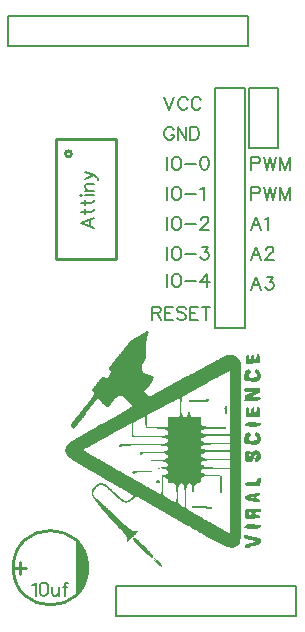
<source format=gto>
G04 ---------------------------- Layer name :TOP SILK LAYER*
G04 EasyEDA v5.8.22, Sun, 13 Jan 2019 10:54:29 GMT*
G04 0d4c4f045a714df3bf040a356c4a61dc*
G04 Gerber Generator version 0.2*
G04 Scale: 100 percent, Rotated: No, Reflected: No *
G04 Dimensions in inches *
G04 leading zeros omitted , absolute positions ,2 integer and 4 decimal *
%FSLAX24Y24*%
%MOIN*%
G90*
G70D02*

%ADD10C,0.010000*%
%ADD17C,0.008000*%
%ADD18C,0.007992*%
%ADD19C,0.009000*%
%ADD20C,0.007000*%

%LPD*%

%LPD*%
G36*
G01X5597Y2040D02*
G01X5588Y2040D01*
G01X5577Y2044D01*
G01X5563Y2052D01*
G01X5547Y2063D01*
G01X5527Y2079D01*
G01X5505Y2099D01*
G01X5479Y2123D01*
G01X5450Y2151D01*
G01X5410Y2191D01*
G01X5379Y2223D01*
G01X5357Y2249D01*
G01X5343Y2269D01*
G01X5336Y2286D01*
G01X5336Y2300D01*
G01X5343Y2313D01*
G01X5354Y2326D01*
G01X5361Y2328D01*
G01X5373Y2325D01*
G01X5388Y2317D01*
G01X5405Y2306D01*
G01X5425Y2291D01*
G01X5447Y2273D01*
G01X5469Y2253D01*
G01X5492Y2232D01*
G01X5515Y2209D01*
G01X5536Y2186D01*
G01X5556Y2164D01*
G01X5574Y2142D01*
G01X5589Y2122D01*
G01X5601Y2104D01*
G01X5608Y2089D01*
G01X5610Y2077D01*
G01X5610Y2063D01*
G01X5607Y2052D01*
G01X5603Y2044D01*
G01X5597Y2040D01*
G37*

%LPC*%
G36*
G01X5448Y2189D02*
G01X5533Y2114D01*
G01X5459Y2199D01*
G01X5428Y2232D01*
G01X5403Y2259D01*
G01X5383Y2277D01*
G01X5373Y2284D01*
G01X5367Y2283D01*
G01X5364Y2279D01*
G01X5366Y2272D01*
G01X5372Y2263D01*
G01X5384Y2250D01*
G01X5400Y2233D01*
G01X5421Y2213D01*
G01X5448Y2189D01*
G37*

%LPD*%
G36*
G01X5284Y2333D02*
G01X5282Y2333D01*
G01X5273Y2335D01*
G01X5263Y2338D01*
G01X5252Y2344D01*
G01X5239Y2352D01*
G01X5224Y2363D01*
G01X5208Y2375D01*
G01X5189Y2390D01*
G01X5169Y2409D01*
G01X5146Y2430D01*
G01X5120Y2454D01*
G01X5092Y2481D01*
G01X5060Y2511D01*
G01X5026Y2545D01*
G01X4988Y2582D01*
G01X4947Y2623D01*
G01X4905Y2665D01*
G01X4868Y2703D01*
G01X4834Y2737D01*
G01X4803Y2768D01*
G01X4776Y2796D01*
G01X4752Y2822D01*
G01X4731Y2845D01*
G01X4713Y2865D01*
G01X4697Y2884D01*
G01X4685Y2900D01*
G01X4674Y2915D01*
G01X4666Y2927D01*
G01X4660Y2939D01*
G01X4657Y2949D01*
G01X4655Y2958D01*
G01X4655Y2966D01*
G01X4656Y2973D01*
G01X4659Y2980D01*
G01X4664Y2986D01*
G01X4669Y2992D01*
G01X4676Y2998D01*
G01X4682Y3003D01*
G01X4689Y3005D01*
G01X4696Y3007D01*
G01X4704Y3007D01*
G01X4713Y3005D01*
G01X4723Y3001D01*
G01X4735Y2996D01*
G01X4747Y2988D01*
G01X4762Y2977D01*
G01X4778Y2965D01*
G01X4797Y2949D01*
G01X4817Y2931D01*
G01X4840Y2910D01*
G01X4866Y2886D01*
G01X4894Y2859D01*
G01X4926Y2828D01*
G01X4960Y2795D01*
G01X4998Y2757D01*
G01X5039Y2716D01*
G01X5118Y2637D01*
G01X5152Y2603D01*
G01X5182Y2572D01*
G01X5210Y2543D01*
G01X5234Y2518D01*
G01X5255Y2495D01*
G01X5273Y2474D01*
G01X5289Y2456D01*
G01X5301Y2440D01*
G01X5312Y2425D01*
G01X5320Y2412D01*
G01X5326Y2401D01*
G01X5329Y2391D01*
G01X5331Y2382D01*
G01X5331Y2374D01*
G01X5330Y2367D01*
G01X5327Y2360D01*
G01X5322Y2353D01*
G01X5317Y2347D01*
G01X5310Y2342D01*
G01X5304Y2337D01*
G01X5297Y2334D01*
G01X5290Y2333D01*
G01X5284Y2333D01*
G01X4993Y2631D01*
G01X4964Y2662D01*
G01X4935Y2692D01*
G01X4906Y2721D01*
G01X4879Y2748D01*
G01X4853Y2775D01*
G01X4829Y2799D01*
G01X4806Y2823D01*
G01X4765Y2863D01*
G01X4747Y2881D01*
G01X4732Y2896D01*
G01X4719Y2909D01*
G01X4708Y2919D01*
G01X4700Y2926D01*
G01X4695Y2931D01*
G01X4693Y2932D01*
G01X4689Y2932D01*
G01X4688Y2931D01*
G01X4687Y2929D01*
G01X4688Y2926D01*
G01X4689Y2922D01*
G01X4693Y2917D01*
G01X4698Y2910D01*
G01X4705Y2902D01*
G01X4714Y2892D01*
G01X4726Y2880D01*
G01X4739Y2865D01*
G01X4755Y2849D01*
G01X4773Y2831D01*
G01X4794Y2810D01*
G01X4818Y2786D01*
G01X4845Y2759D01*
G01X4875Y2730D01*
G01X4909Y2698D01*
G01X4945Y2662D01*
G01X4985Y2623D01*
G01X5284Y2333D01*
G37*

%LPC*%

%LPD*%
G36*
G01X8497Y2657D02*
G01X8467Y2655D01*
G01X8431Y2658D01*
G01X8407Y2668D01*
G01X8394Y2687D01*
G01X8389Y2716D01*
G01X8390Y2728D01*
G01X8393Y2739D01*
G01X8398Y2749D01*
G01X8405Y2758D01*
G01X8415Y2767D01*
G01X8428Y2776D01*
G01X8443Y2784D01*
G01X8463Y2793D01*
G01X8486Y2802D01*
G01X8513Y2811D01*
G01X8544Y2820D01*
G01X8579Y2830D01*
G01X8617Y2841D01*
G01X8651Y2851D01*
G01X8680Y2861D01*
G01X8705Y2870D01*
G01X8724Y2877D01*
G01X8737Y2883D01*
G01X8743Y2888D01*
G01X8741Y2890D01*
G01X8732Y2892D01*
G01X8717Y2896D01*
G01X8696Y2900D01*
G01X8670Y2906D01*
G01X8640Y2912D01*
G01X8607Y2918D01*
G01X8572Y2925D01*
G01X8536Y2932D01*
G01X8499Y2940D01*
G01X8468Y2947D01*
G01X8441Y2954D01*
G01X8419Y2960D01*
G01X8401Y2967D01*
G01X8387Y2975D01*
G01X8377Y2983D01*
G01X8369Y2992D01*
G01X8364Y3003D01*
G01X8361Y3015D01*
G01X8359Y3030D01*
G01X8359Y3046D01*
G01X8361Y3084D01*
G01X8369Y3104D01*
G01X8386Y3109D01*
G01X8413Y3101D01*
G01X8422Y3098D01*
G01X8435Y3094D01*
G01X8451Y3089D01*
G01X8471Y3084D01*
G01X8493Y3078D01*
G01X8517Y3071D01*
G01X8543Y3065D01*
G01X8571Y3059D01*
G01X8600Y3052D01*
G01X8629Y3045D01*
G01X8660Y3038D01*
G01X8691Y3032D01*
G01X8740Y3022D01*
G01X8781Y3013D01*
G01X8816Y3004D01*
G01X8844Y2996D01*
G01X8866Y2988D01*
G01X8883Y2980D01*
G01X8895Y2971D01*
G01X8904Y2960D01*
G01X8910Y2948D01*
G01X8913Y2934D01*
G01X8914Y2917D01*
G01X8914Y2898D01*
G01X8914Y2880D01*
G01X8912Y2864D01*
G01X8909Y2848D01*
G01X8904Y2834D01*
G01X8897Y2822D01*
G01X8889Y2810D01*
G01X8878Y2800D01*
G01X8866Y2790D01*
G01X8851Y2781D01*
G01X8834Y2772D01*
G01X8815Y2765D01*
G01X8793Y2757D01*
G01X8768Y2751D01*
G01X8740Y2744D01*
G01X8709Y2738D01*
G01X8675Y2732D01*
G01X8649Y2728D01*
G01X8624Y2722D01*
G01X8602Y2715D01*
G01X8582Y2709D01*
G01X8567Y2702D01*
G01X8554Y2695D01*
G01X8547Y2689D01*
G01X8544Y2682D01*
G01X8538Y2672D01*
G01X8521Y2663D01*
G01X8497Y2657D01*
G37*

%LPC*%

%LPD*%
G36*
G01X7953Y2667D02*
G01X7936Y2667D01*
G01X7928Y2668D01*
G01X7919Y2669D01*
G01X7910Y2669D01*
G01X7901Y2671D01*
G01X7891Y2672D01*
G01X7881Y2674D01*
G01X7871Y2676D01*
G01X7860Y2679D01*
G01X7849Y2682D01*
G01X7838Y2685D01*
G01X7826Y2689D01*
G01X7814Y2693D01*
G01X7801Y2697D01*
G01X7788Y2702D01*
G01X7774Y2707D01*
G01X7760Y2713D01*
G01X7745Y2718D01*
G01X7730Y2725D01*
G01X7714Y2732D01*
G01X7697Y2739D01*
G01X7680Y2746D01*
G01X7663Y2754D01*
G01X7644Y2763D01*
G01X7626Y2772D01*
G01X7606Y2781D01*
G01X7585Y2791D01*
G01X7565Y2801D01*
G01X7543Y2813D01*
G01X7521Y2824D01*
G01X7497Y2836D01*
G01X7473Y2848D01*
G01X7448Y2861D01*
G01X7423Y2875D01*
G01X7397Y2888D01*
G01X7369Y2903D01*
G01X7341Y2918D01*
G01X7312Y2934D01*
G01X7282Y2950D01*
G01X7252Y2967D01*
G01X7220Y2984D01*
G01X7187Y3002D01*
G01X7153Y3021D01*
G01X7119Y3040D01*
G01X7083Y3060D01*
G01X7047Y3080D01*
G01X7009Y3101D01*
G01X6970Y3123D01*
G01X6930Y3146D01*
G01X6889Y3169D01*
G01X6847Y3192D01*
G01X6804Y3217D01*
G01X6760Y3242D01*
G01X6714Y3267D01*
G01X6667Y3294D01*
G01X6619Y3321D01*
G01X6570Y3349D01*
G01X6520Y3377D01*
G01X6468Y3407D01*
G01X6415Y3437D01*
G01X6361Y3467D01*
G01X6306Y3499D01*
G01X6249Y3531D01*
G01X4743Y4387D01*
G01X4656Y4294D01*
G01X4638Y4276D01*
G01X4619Y4259D01*
G01X4600Y4243D01*
G01X4581Y4229D01*
G01X4561Y4216D01*
G01X4541Y4205D01*
G01X4521Y4196D01*
G01X4501Y4188D01*
G01X4481Y4182D01*
G01X4461Y4177D01*
G01X4440Y4174D01*
G01X4420Y4173D01*
G01X4400Y4173D01*
G01X4380Y4175D01*
G01X4359Y4179D01*
G01X4339Y4184D01*
G01X4332Y4187D01*
G01X4324Y4192D01*
G01X4314Y4198D01*
G01X4302Y4206D01*
G01X4289Y4215D01*
G01X4275Y4226D01*
G01X4259Y4238D01*
G01X4243Y4251D01*
G01X4225Y4265D01*
G01X4206Y4281D01*
G01X4186Y4298D01*
G01X4166Y4315D01*
G01X4144Y4334D01*
G01X4123Y4353D01*
G01X4101Y4373D01*
G01X4078Y4393D01*
G01X4055Y4415D01*
G01X4031Y4436D01*
G01X4008Y4458D01*
G01X3985Y4481D01*
G01X3949Y4515D01*
G01X3917Y4546D01*
G01X3886Y4575D01*
G01X3859Y4601D01*
G01X3833Y4624D01*
G01X3809Y4645D01*
G01X3788Y4663D01*
G01X3768Y4680D01*
G01X3749Y4694D01*
G01X3732Y4707D01*
G01X3716Y4717D01*
G01X3701Y4726D01*
G01X3687Y4734D01*
G01X3673Y4740D01*
G01X3660Y4745D01*
G01X3647Y4748D01*
G01X3634Y4751D01*
G01X3621Y4753D01*
G01X3607Y4754D01*
G01X3593Y4754D01*
G01X3564Y4753D01*
G01X3538Y4750D01*
G01X3514Y4743D01*
G01X3491Y4734D01*
G01X3470Y4721D01*
G01X3449Y4705D01*
G01X3428Y4684D01*
G01X3406Y4659D01*
G01X3388Y4637D01*
G01X3372Y4616D01*
G01X3359Y4595D01*
G01X3348Y4575D01*
G01X3339Y4555D01*
G01X3332Y4536D01*
G01X3327Y4517D01*
G01X3325Y4498D01*
G01X3325Y4480D01*
G01X3327Y4461D01*
G01X3331Y4444D01*
G01X3338Y4426D01*
G01X3347Y4408D01*
G01X3358Y4390D01*
G01X3371Y4373D01*
G01X3387Y4355D01*
G01X3405Y4337D01*
G01X3425Y4319D01*
G01X3447Y4301D01*
G01X3478Y4278D01*
G01X3485Y4273D01*
G01X3493Y4266D01*
G01X3502Y4258D01*
G01X3513Y4249D01*
G01X3525Y4239D01*
G01X3537Y4228D01*
G01X3551Y4216D01*
G01X3566Y4203D01*
G01X3582Y4188D01*
G01X3598Y4173D01*
G01X3616Y4157D01*
G01X3635Y4141D01*
G01X3654Y4123D01*
G01X3674Y4105D01*
G01X3695Y4086D01*
G01X3717Y4066D01*
G01X3739Y4045D01*
G01X3762Y4024D01*
G01X3785Y4002D01*
G01X3809Y3980D01*
G01X3834Y3957D01*
G01X3859Y3934D01*
G01X3884Y3910D01*
G01X3910Y3886D01*
G01X3935Y3861D01*
G01X3962Y3837D01*
G01X3989Y3811D01*
G01X4015Y3786D01*
G01X4042Y3761D01*
G01X4069Y3735D01*
G01X4097Y3709D01*
G01X4140Y3667D01*
G01X4181Y3628D01*
G01X4220Y3591D01*
G01X4257Y3556D01*
G01X4292Y3524D01*
G01X4324Y3493D01*
G01X4355Y3465D01*
G01X4383Y3438D01*
G01X4410Y3413D01*
G01X4435Y3390D01*
G01X4459Y3369D01*
G01X4481Y3350D01*
G01X4501Y3332D01*
G01X4520Y3315D01*
G01X4538Y3301D01*
G01X4555Y3288D01*
G01X4570Y3276D01*
G01X4584Y3265D01*
G01X4598Y3255D01*
G01X4610Y3247D01*
G01X4622Y3240D01*
G01X4632Y3234D01*
G01X4643Y3229D01*
G01X4652Y3225D01*
G01X4661Y3221D01*
G01X4670Y3219D01*
G01X4678Y3217D01*
G01X4686Y3216D01*
G01X4694Y3215D01*
G01X4701Y3215D01*
G01X4709Y3216D01*
G01X4717Y3217D01*
G01X4752Y3221D01*
G01X4781Y3221D01*
G01X4801Y3218D01*
G01X4808Y3212D01*
G01X4806Y3207D01*
G01X4801Y3200D01*
G01X4793Y3190D01*
G01X4783Y3178D01*
G01X4769Y3163D01*
G01X4754Y3145D01*
G01X4736Y3126D01*
G01X4717Y3106D01*
G01X4696Y3084D01*
G01X4674Y3061D01*
G01X4650Y3037D01*
G01X4625Y3013D01*
G01X4443Y2832D01*
G01X4446Y2944D01*
G01X4446Y2974D01*
G01X4443Y3002D01*
G01X4437Y3028D01*
G01X4428Y3053D01*
G01X4416Y3078D01*
G01X4400Y3103D01*
G01X4380Y3129D01*
G01X4356Y3156D01*
G01X4314Y3201D01*
G01X4273Y3245D01*
G01X4233Y3288D01*
G01X4194Y3330D01*
G01X4157Y3371D01*
G01X4120Y3411D01*
G01X4084Y3450D01*
G01X4049Y3487D01*
G01X4015Y3524D01*
G01X3982Y3560D01*
G01X3950Y3595D01*
G01X3918Y3630D01*
G01X3888Y3663D01*
G01X3859Y3695D01*
G01X3830Y3726D01*
G01X3802Y3757D01*
G01X3775Y3787D01*
G01X3749Y3816D01*
G01X3724Y3844D01*
G01X3700Y3871D01*
G01X3676Y3898D01*
G01X3653Y3924D01*
G01X3631Y3949D01*
G01X3610Y3974D01*
G01X3590Y3997D01*
G01X3570Y4020D01*
G01X3552Y4042D01*
G01X3533Y4064D01*
G01X3516Y4085D01*
G01X3499Y4105D01*
G01X3483Y4125D01*
G01X3468Y4144D01*
G01X3453Y4163D01*
G01X3439Y4181D01*
G01X3426Y4198D01*
G01X3413Y4215D01*
G01X3401Y4232D01*
G01X3389Y4248D01*
G01X3379Y4263D01*
G01X3368Y4278D01*
G01X3359Y4292D01*
G01X3350Y4306D01*
G01X3341Y4320D01*
G01X3333Y4333D01*
G01X3326Y4346D01*
G01X3319Y4358D01*
G01X3313Y4370D01*
G01X3307Y4381D01*
G01X3302Y4393D01*
G01X3297Y4404D01*
G01X3293Y4414D01*
G01X3289Y4425D01*
G01X3285Y4435D01*
G01X3282Y4444D01*
G01X3280Y4454D01*
G01X3277Y4463D01*
G01X3276Y4473D01*
G01X3275Y4481D01*
G01X3274Y4490D01*
G01X3273Y4499D01*
G01X3273Y4507D01*
G01X3273Y4515D01*
G01X3274Y4523D01*
G01X3275Y4532D01*
G01X3276Y4540D01*
G01X3277Y4547D01*
G01X3279Y4555D01*
G01X3281Y4563D01*
G01X3284Y4571D01*
G01X3286Y4578D01*
G01X3289Y4586D01*
G01X3293Y4594D01*
G01X3296Y4602D01*
G01X3300Y4609D01*
G01X3303Y4617D01*
G01X3307Y4626D01*
G01X3319Y4647D01*
G01X3332Y4667D01*
G01X3345Y4686D01*
G01X3359Y4703D01*
G01X3374Y4720D01*
G01X3390Y4735D01*
G01X3406Y4749D01*
G01X3423Y4762D01*
G01X3440Y4773D01*
G01X3458Y4783D01*
G01X3477Y4792D01*
G01X3496Y4800D01*
G01X3514Y4806D01*
G01X3534Y4811D01*
G01X3554Y4814D01*
G01X3574Y4816D01*
G01X3594Y4817D01*
G01X3614Y4816D01*
G01X3635Y4814D01*
G01X3655Y4811D01*
G01X3676Y4805D01*
G01X3696Y4799D01*
G01X3717Y4791D01*
G01X3737Y4781D01*
G01X3745Y4776D01*
G01X3756Y4769D01*
G01X3769Y4759D01*
G01X3784Y4747D01*
G01X3801Y4733D01*
G01X3820Y4717D01*
G01X3840Y4700D01*
G01X3863Y4680D01*
G01X3886Y4660D01*
G01X3910Y4638D01*
G01X3935Y4615D01*
G01X3962Y4591D01*
G01X3988Y4566D01*
G01X4015Y4540D01*
G01X4043Y4514D01*
G01X4070Y4488D01*
G01X4105Y4455D01*
G01X4137Y4424D01*
G01X4168Y4396D01*
G01X4196Y4370D01*
G01X4223Y4346D01*
G01X4248Y4325D01*
G01X4271Y4306D01*
G01X4292Y4290D01*
G01X4312Y4275D01*
G01X4331Y4263D01*
G01X4348Y4252D01*
G01X4364Y4244D01*
G01X4378Y4237D01*
G01X4391Y4233D01*
G01X4403Y4230D01*
G01X4414Y4229D01*
G01X4437Y4231D01*
G01X4462Y4238D01*
G01X4488Y4247D01*
G01X4514Y4259D01*
G01X4541Y4274D01*
G01X4566Y4290D01*
G01X4590Y4308D01*
G01X4610Y4327D01*
G01X4628Y4346D01*
G01X4642Y4364D01*
G01X4650Y4382D01*
G01X4653Y4398D01*
G01X4653Y4400D01*
G01X4651Y4402D01*
G01X4648Y4405D01*
G01X4644Y4409D01*
G01X4639Y4413D01*
G01X4632Y4418D01*
G01X4625Y4424D01*
G01X4617Y4430D01*
G01X4607Y4436D01*
G01X4596Y4444D01*
G01X4585Y4451D01*
G01X4572Y4460D01*
G01X4559Y4469D01*
G01X4544Y4478D01*
G01X4529Y4488D01*
G01X4513Y4498D01*
G01X4495Y4509D01*
G01X4477Y4521D01*
G01X4458Y4532D01*
G01X4439Y4544D01*
G01X4418Y4557D01*
G01X4397Y4570D01*
G01X4375Y4584D01*
G01X4352Y4598D01*
G01X4328Y4612D01*
G01X4304Y4627D01*
G01X4279Y4642D01*
G01X4253Y4657D01*
G01X4227Y4673D01*
G01X4200Y4689D01*
G01X4172Y4705D01*
G01X4144Y4722D01*
G01X4115Y4739D01*
G01X4085Y4756D01*
G01X4056Y4773D01*
G01X4025Y4791D01*
G01X3994Y4809D01*
G01X3963Y4828D01*
G01X3931Y4846D01*
G01X3899Y4865D01*
G01X3866Y4884D01*
G01X3833Y4903D01*
G01X3799Y4922D01*
G01X3765Y4941D01*
G01X3731Y4961D01*
G01X3697Y4980D01*
G01X3662Y5000D01*
G01X3627Y5020D01*
G01X3562Y5057D01*
G01X3530Y5075D01*
G01X3497Y5094D01*
G01X3466Y5112D01*
G01X3434Y5130D01*
G01X3403Y5148D01*
G01X3372Y5166D01*
G01X3340Y5184D01*
G01X3310Y5201D01*
G01X3280Y5219D01*
G01X3250Y5236D01*
G01X3220Y5253D01*
G01X3191Y5271D01*
G01X3162Y5288D01*
G01X3133Y5304D01*
G01X3105Y5321D01*
G01X3077Y5337D01*
G01X3050Y5353D01*
G01X3023Y5369D01*
G01X2997Y5385D01*
G01X2971Y5400D01*
G01X2945Y5415D01*
G01X2920Y5430D01*
G01X2896Y5445D01*
G01X2872Y5459D01*
G01X2849Y5473D01*
G01X2826Y5487D01*
G01X2804Y5501D01*
G01X2782Y5514D01*
G01X2761Y5526D01*
G01X2741Y5539D01*
G01X2722Y5551D01*
G01X2703Y5563D01*
G01X2685Y5574D01*
G01X2667Y5585D01*
G01X2651Y5596D01*
G01X2635Y5606D01*
G01X2619Y5615D01*
G01X2605Y5625D01*
G01X2592Y5634D01*
G01X2579Y5642D01*
G01X2567Y5650D01*
G01X2556Y5657D01*
G01X2546Y5665D01*
G01X2536Y5671D01*
G01X2528Y5677D01*
G01X2520Y5683D01*
G01X2514Y5688D01*
G01X2508Y5692D01*
G01X2503Y5696D01*
G01X2500Y5700D01*
G01X2474Y5726D01*
G01X2453Y5751D01*
G01X2435Y5775D01*
G01X2422Y5799D01*
G01X2411Y5823D01*
G01X2405Y5848D01*
G01X2401Y5874D01*
G01X2399Y5901D01*
G01X2399Y5911D01*
G01X2400Y5930D01*
G01X2400Y5940D01*
G01X2401Y5949D01*
G01X2402Y5958D01*
G01X2402Y5967D01*
G01X2404Y5975D01*
G01X2405Y5984D01*
G01X2407Y5992D01*
G01X2409Y6001D01*
G01X2411Y6009D01*
G01X2414Y6017D01*
G01X2417Y6025D01*
G01X2421Y6033D01*
G01X2425Y6042D01*
G01X2429Y6050D01*
G01X2434Y6058D01*
G01X2439Y6066D01*
G01X2445Y6075D01*
G01X2452Y6083D01*
G01X2459Y6091D01*
G01X2466Y6100D01*
G01X2474Y6109D01*
G01X2483Y6118D01*
G01X2493Y6127D01*
G01X2503Y6136D01*
G01X2514Y6146D01*
G01X2525Y6155D01*
G01X2538Y6165D01*
G01X2551Y6176D01*
G01X2564Y6186D01*
G01X2579Y6197D01*
G01X2595Y6208D01*
G01X2611Y6220D01*
G01X2628Y6232D01*
G01X2647Y6244D01*
G01X2666Y6256D01*
G01X2686Y6269D01*
G01X2707Y6283D01*
G01X2729Y6296D01*
G01X2752Y6311D01*
G01X2776Y6326D01*
G01X2802Y6341D01*
G01X2828Y6357D01*
G01X2856Y6373D01*
G01X2884Y6390D01*
G01X2914Y6407D01*
G01X2945Y6425D01*
G01X2977Y6444D01*
G01X3010Y6463D01*
G01X3045Y6482D01*
G01X3081Y6503D01*
G01X3118Y6524D01*
G01X3157Y6546D01*
G01X3197Y6568D01*
G01X3238Y6592D01*
G01X3281Y6615D01*
G01X3325Y6640D01*
G01X3371Y6665D01*
G01X3418Y6692D01*
G01X3467Y6719D01*
G01X3517Y6746D01*
G01X3568Y6775D01*
G01X3604Y6795D01*
G01X3640Y6815D01*
G01X3676Y6835D01*
G01X3711Y6855D01*
G01X3746Y6874D01*
G01X3780Y6893D01*
G01X3814Y6912D01*
G01X3847Y6931D01*
G01X3881Y6950D01*
G01X3914Y6968D01*
G01X3946Y6986D01*
G01X3977Y7004D01*
G01X4009Y7021D01*
G01X4039Y7039D01*
G01X4070Y7056D01*
G01X4099Y7073D01*
G01X4128Y7089D01*
G01X4156Y7105D01*
G01X4184Y7121D01*
G01X4211Y7136D01*
G01X4238Y7151D01*
G01X4264Y7166D01*
G01X4289Y7180D01*
G01X4313Y7194D01*
G01X4336Y7208D01*
G01X4359Y7221D01*
G01X4381Y7234D01*
G01X4402Y7246D01*
G01X4422Y7258D01*
G01X4442Y7269D01*
G01X4460Y7280D01*
G01X4478Y7290D01*
G01X4495Y7300D01*
G01X4510Y7309D01*
G01X4525Y7318D01*
G01X4539Y7326D01*
G01X4552Y7334D01*
G01X4564Y7342D01*
G01X4575Y7348D01*
G01X4585Y7354D01*
G01X4593Y7360D01*
G01X4601Y7365D01*
G01X4607Y7369D01*
G01X4613Y7373D01*
G01X4617Y7376D01*
G01X4620Y7378D01*
G01X4622Y7380D01*
G01X4622Y7381D01*
G01X4621Y7388D01*
G01X4615Y7400D01*
G01X4606Y7413D01*
G01X4595Y7430D01*
G01X4581Y7448D01*
G01X4565Y7467D01*
G01X4547Y7488D01*
G01X4527Y7511D01*
G01X4506Y7533D01*
G01X4485Y7556D01*
G01X4463Y7579D01*
G01X4441Y7601D01*
G01X4419Y7622D01*
G01X4397Y7642D01*
G01X4377Y7661D01*
G01X4358Y7677D01*
G01X4340Y7692D01*
G01X4325Y7703D01*
G01X4311Y7712D01*
G01X4301Y7717D01*
G01X4284Y7723D01*
G01X4268Y7726D01*
G01X4251Y7728D01*
G01X4234Y7728D01*
G01X4218Y7728D01*
G01X4201Y7725D01*
G01X4184Y7720D01*
G01X4167Y7714D01*
G01X4150Y7707D01*
G01X4132Y7697D01*
G01X4115Y7686D01*
G01X4098Y7674D01*
G01X4080Y7660D01*
G01X4063Y7644D01*
G01X4045Y7627D01*
G01X4027Y7608D01*
G01X4010Y7587D01*
G01X3992Y7565D01*
G01X3974Y7541D01*
G01X3956Y7515D01*
G01X3932Y7482D01*
G01X3908Y7450D01*
G01X3885Y7422D01*
G01X3864Y7397D01*
G01X3845Y7376D01*
G01X3829Y7361D01*
G01X3816Y7351D01*
G01X3807Y7347D01*
G01X3797Y7350D01*
G01X3783Y7359D01*
G01X3764Y7374D01*
G01X3742Y7393D01*
G01X3718Y7416D01*
G01X3691Y7442D01*
G01X3663Y7472D01*
G01X3634Y7503D01*
G01X3495Y7659D01*
G01X3094Y7148D01*
G01X3070Y7119D01*
G01X3047Y7089D01*
G01X3024Y7060D01*
G01X3002Y7032D01*
G01X2980Y7004D01*
G01X2958Y6977D01*
G01X2936Y6950D01*
G01X2916Y6925D01*
G01X2896Y6900D01*
G01X2876Y6875D01*
G01X2857Y6852D01*
G01X2839Y6830D01*
G01X2822Y6808D01*
G01X2805Y6788D01*
G01X2789Y6769D01*
G01X2774Y6750D01*
G01X2760Y6733D01*
G01X2747Y6717D01*
G01X2735Y6703D01*
G01X2723Y6690D01*
G01X2713Y6678D01*
G01X2704Y6668D01*
G01X2696Y6659D01*
G01X2689Y6651D01*
G01X2683Y6646D01*
G01X2679Y6641D01*
G01X2676Y6639D01*
G01X2674Y6638D01*
G01X2663Y6642D01*
G01X2645Y6655D01*
G01X2624Y6674D01*
G01X2602Y6697D01*
G01X2597Y6703D01*
G01X2592Y6709D01*
G01X2588Y6715D01*
G01X2584Y6721D01*
G01X2581Y6727D01*
G01X2580Y6733D01*
G01X2579Y6740D01*
G01X2579Y6748D01*
G01X2581Y6756D01*
G01X2583Y6765D01*
G01X2587Y6775D01*
G01X2592Y6786D01*
G01X2598Y6798D01*
G01X2606Y6812D01*
G01X2616Y6827D01*
G01X2627Y6844D01*
G01X2640Y6862D01*
G01X2654Y6882D01*
G01X2671Y6905D01*
G01X2689Y6929D01*
G01X2710Y6955D01*
G01X2732Y6984D01*
G01X2757Y7016D01*
G01X2784Y7050D01*
G01X2814Y7087D01*
G01X2846Y7126D01*
G01X2880Y7169D01*
G01X2917Y7215D01*
G01X2955Y7263D01*
G01X2991Y7307D01*
G01X3025Y7350D01*
G01X3057Y7389D01*
G01X3086Y7427D01*
G01X3114Y7462D01*
G01X3141Y7494D01*
G01X3165Y7525D01*
G01X3187Y7554D01*
G01X3208Y7580D01*
G01X3227Y7605D01*
G01X3245Y7628D01*
G01X3260Y7649D01*
G01X3275Y7669D01*
G01X3288Y7687D01*
G01X3300Y7703D01*
G01X3310Y7719D01*
G01X3318Y7732D01*
G01X3326Y7745D01*
G01X3332Y7757D01*
G01X3338Y7768D01*
G01X3342Y7777D01*
G01X3345Y7786D01*
G01X3347Y7794D01*
G01X3349Y7802D01*
G01X3349Y7809D01*
G01X3349Y7815D01*
G01X3348Y7821D01*
G01X3346Y7826D01*
G01X3344Y7832D01*
G01X3340Y7837D01*
G01X3337Y7842D01*
G01X3333Y7847D01*
G01X3328Y7853D01*
G01X3323Y7858D01*
G01X3318Y7864D01*
G01X3310Y7873D01*
G01X3303Y7882D01*
G01X3298Y7891D01*
G01X3294Y7900D01*
G01X3292Y7910D01*
G01X3293Y7920D01*
G01X3295Y7932D01*
G01X3300Y7945D01*
G01X3307Y7959D01*
G01X3317Y7976D01*
G01X3329Y7996D01*
G01X3344Y8019D01*
G01X3362Y8044D01*
G01X3384Y8073D01*
G01X3408Y8106D01*
G01X3436Y8144D01*
G01X3461Y8176D01*
G01X3485Y8206D01*
G01X3506Y8233D01*
G01X3527Y8257D01*
G01X3545Y8279D01*
G01X3563Y8298D01*
G01X3579Y8314D01*
G01X3594Y8328D01*
G01X3608Y8339D01*
G01X3621Y8348D01*
G01X3634Y8355D01*
G01X3645Y8359D01*
G01X3656Y8361D01*
G01X3667Y8361D01*
G01X3677Y8359D01*
G01X3687Y8355D01*
G01X3697Y8350D01*
G01X3707Y8342D01*
G01X3717Y8332D01*
G01X3727Y8321D01*
G01X3739Y8308D01*
G01X3750Y8301D01*
G01X3761Y8300D01*
G01X3774Y8306D01*
G01X3788Y8319D01*
G01X3805Y8339D01*
G01X3825Y8368D01*
G01X3850Y8405D01*
G01X3874Y8444D01*
G01X3893Y8475D01*
G01X3905Y8501D01*
G01X3912Y8522D01*
G01X3914Y8540D01*
G01X3911Y8555D01*
G01X3904Y8570D01*
G01X3893Y8586D01*
G01X3876Y8606D01*
G01X3863Y8627D01*
G01X3854Y8644D01*
G01X3851Y8657D01*
G01X3851Y8661D01*
G01X3854Y8667D01*
G01X3858Y8675D01*
G01X3864Y8684D01*
G01X3871Y8695D01*
G01X3879Y8707D01*
G01X3889Y8721D01*
G01X3900Y8737D01*
G01X3912Y8754D01*
G01X3925Y8772D01*
G01X3939Y8791D01*
G01X3955Y8811D01*
G01X3971Y8833D01*
G01X3988Y8855D01*
G01X4006Y8878D01*
G01X4024Y8902D01*
G01X4043Y8927D01*
G01X4063Y8952D01*
G01X4084Y8978D01*
G01X4105Y9004D01*
G01X4126Y9030D01*
G01X4147Y9057D01*
G01X4169Y9084D01*
G01X4191Y9111D01*
G01X4213Y9139D01*
G01X4235Y9166D01*
G01X4257Y9193D01*
G01X4280Y9219D01*
G01X4302Y9246D01*
G01X4323Y9272D01*
G01X4345Y9298D01*
G01X4366Y9323D01*
G01X4386Y9348D01*
G01X4407Y9371D01*
G01X4427Y9394D01*
G01X4446Y9417D01*
G01X4464Y9438D01*
G01X4482Y9458D01*
G01X4499Y9478D01*
G01X4515Y9496D01*
G01X4530Y9512D01*
G01X4544Y9528D01*
G01X4557Y9542D01*
G01X4569Y9554D01*
G01X4580Y9565D01*
G01X4590Y9574D01*
G01X4598Y9581D01*
G01X4605Y9587D01*
G01X4619Y9598D01*
G01X4636Y9610D01*
G01X4655Y9623D01*
G01X4675Y9636D01*
G01X4696Y9649D01*
G01X4717Y9663D01*
G01X4739Y9677D01*
G01X4762Y9690D01*
G01X4784Y9703D01*
G01X4806Y9716D01*
G01X4827Y9728D01*
G01X4847Y9739D01*
G01X4868Y9750D01*
G01X4888Y9761D01*
G01X4909Y9773D01*
G01X4930Y9784D01*
G01X4951Y9796D01*
G01X4971Y9807D01*
G01X4990Y9819D01*
G01X5008Y9829D01*
G01X5025Y9840D01*
G01X5041Y9849D01*
G01X5055Y9857D01*
G01X5066Y9865D01*
G01X5089Y9878D01*
G01X5109Y9887D01*
G01X5127Y9892D01*
G01X5142Y9892D01*
G01X5153Y9888D01*
G01X5162Y9880D01*
G01X5168Y9868D01*
G01X5170Y9852D01*
G01X5169Y9833D01*
G01X5165Y9810D01*
G01X5157Y9783D01*
G01X5146Y9753D01*
G01X5139Y9737D01*
G01X5133Y9721D01*
G01X5128Y9706D01*
G01X5123Y9691D01*
G01X5118Y9676D01*
G01X5114Y9660D01*
G01X5110Y9644D01*
G01X5107Y9627D01*
G01X5105Y9609D01*
G01X5102Y9589D01*
G01X5100Y9567D01*
G01X5098Y9543D01*
G01X5097Y9517D01*
G01X5095Y9488D01*
G01X5094Y9457D01*
G01X5093Y9422D01*
G01X5092Y9383D01*
G01X5091Y9341D01*
G01X5090Y9294D01*
G01X5089Y9244D01*
G01X5089Y9199D01*
G01X5088Y9159D01*
G01X5086Y9123D01*
G01X5085Y9091D01*
G01X5083Y9061D01*
G01X5080Y9035D01*
G01X5077Y9011D01*
G01X5073Y8990D01*
G01X5068Y8969D01*
G01X5062Y8951D01*
G01X5055Y8932D01*
G01X5048Y8915D01*
G01X5039Y8898D01*
G01X5029Y8880D01*
G01X5017Y8862D01*
G01X5005Y8843D01*
G01X4989Y8819D01*
G01X4975Y8797D01*
G01X4964Y8778D01*
G01X4955Y8759D01*
G01X4948Y8742D01*
G01X4943Y8726D01*
G01X4940Y8709D01*
G01X4939Y8693D01*
G01X4940Y8675D01*
G01X4942Y8657D01*
G01X4946Y8637D01*
G01X4951Y8615D01*
G01X4956Y8592D01*
G01X4963Y8573D01*
G01X4970Y8555D01*
G01X4979Y8540D01*
G01X4989Y8527D01*
G01X5001Y8515D01*
G01X5017Y8503D01*
G01X5035Y8492D01*
G01X5056Y8482D01*
G01X5082Y8471D01*
G01X5112Y8459D01*
G01X5147Y8447D01*
G01X5182Y8435D01*
G01X5214Y8423D01*
G01X5244Y8412D01*
G01X5271Y8403D01*
G01X5293Y8394D01*
G01X5310Y8387D01*
G01X5322Y8382D01*
G01X5328Y8379D01*
G01X5334Y8372D01*
G01X5336Y8362D01*
G01X5336Y8348D01*
G01X5334Y8332D01*
G01X5330Y8314D01*
G01X5323Y8294D01*
G01X5314Y8271D01*
G01X5303Y8248D01*
G01X5291Y8223D01*
G01X5277Y8197D01*
G01X5261Y8170D01*
G01X5244Y8144D01*
G01X5226Y8117D01*
G01X5206Y8090D01*
G01X5186Y8065D01*
G01X5165Y8040D01*
G01X5030Y7886D01*
G01X5197Y7681D01*
G01X6453Y8382D01*
G01X6492Y8403D01*
G01X6529Y8424D01*
G01X6566Y8445D01*
G01X6603Y8465D01*
G01X6639Y8485D01*
G01X6675Y8505D01*
G01X6710Y8525D01*
G01X6744Y8544D01*
G01X6778Y8563D01*
G01X6812Y8581D01*
G01X6845Y8599D01*
G01X6878Y8617D01*
G01X6910Y8634D01*
G01X6941Y8652D01*
G01X6972Y8669D01*
G01X7003Y8685D01*
G01X7033Y8702D01*
G01X7062Y8718D01*
G01X7091Y8733D01*
G01X7120Y8749D01*
G01X7147Y8764D01*
G01X7175Y8778D01*
G01X7202Y8793D01*
G01X7228Y8807D01*
G01X7254Y8821D01*
G01X7279Y8834D01*
G01X7304Y8847D01*
G01X7328Y8860D01*
G01X7352Y8873D01*
G01X7375Y8884D01*
G01X7397Y8896D01*
G01X7419Y8908D01*
G01X7440Y8919D01*
G01X7461Y8930D01*
G01X7482Y8940D01*
G01X7502Y8951D01*
G01X7521Y8961D01*
G01X7539Y8970D01*
G01X7558Y8979D01*
G01X7609Y9005D01*
G01X7625Y9013D01*
G01X7640Y9020D01*
G01X7655Y9027D01*
G01X7669Y9034D01*
G01X7683Y9040D01*
G01X7696Y9047D01*
G01X7709Y9053D01*
G01X7721Y9058D01*
G01X7732Y9063D01*
G01X7743Y9068D01*
G01X7753Y9073D01*
G01X7763Y9077D01*
G01X7772Y9080D01*
G01X7781Y9084D01*
G01X7789Y9087D01*
G01X7796Y9090D01*
G01X7803Y9092D01*
G01X7809Y9094D01*
G01X7815Y9096D01*
G01X7820Y9097D01*
G01X7825Y9098D01*
G01X7828Y9099D01*
G01X7855Y9101D01*
G01X7881Y9102D01*
G01X7906Y9101D01*
G01X7932Y9098D01*
G01X7957Y9094D01*
G01X7982Y9087D01*
G01X8007Y9079D01*
G01X8031Y9069D01*
G01X8055Y9058D01*
G01X8078Y9045D01*
G01X8101Y9030D01*
G01X8122Y9014D01*
G01X8143Y8997D01*
G01X8164Y8978D01*
G01X8183Y8957D01*
G01X8202Y8935D01*
G01X8205Y8931D01*
G01X8206Y8929D01*
G01X8208Y8927D01*
G01X8213Y8919D01*
G01X8214Y8917D01*
G01X8217Y8913D01*
G01X8218Y8910D01*
G01X8220Y8908D01*
G01X8221Y8905D01*
G01X8223Y8900D01*
G01X8225Y8898D01*
G01X8227Y8892D01*
G01X8228Y8888D01*
G01X8229Y8885D01*
G01X8231Y8878D01*
G01X8233Y8870D01*
G01X8235Y8861D01*
G01X8236Y8856D01*
G01X8237Y8851D01*
G01X8238Y8846D01*
G01X8239Y8840D01*
G01X8240Y8834D01*
G01X8240Y8828D01*
G01X8241Y8822D01*
G01X8242Y8815D01*
G01X8243Y8809D01*
G01X8244Y8794D01*
G01X8245Y8786D01*
G01X8246Y8778D01*
G01X8247Y8769D01*
G01X8247Y8760D01*
G01X8248Y8751D01*
G01X8249Y8741D01*
G01X8249Y8731D01*
G01X8250Y8721D01*
G01X8251Y8710D01*
G01X8251Y8698D01*
G01X8252Y8687D01*
G01X8252Y8675D01*
G01X8253Y8662D01*
G01X8253Y8649D01*
G01X8254Y8635D01*
G01X8255Y8621D01*
G01X8255Y8607D01*
G01X8255Y8592D01*
G01X8256Y8576D01*
G01X8256Y8560D01*
G01X8257Y8544D01*
G01X8257Y8527D01*
G01X8257Y8509D01*
G01X8258Y8491D01*
G01X8258Y8472D01*
G01X8259Y8453D01*
G01X8259Y8433D01*
G01X8260Y8413D01*
G01X8260Y8392D01*
G01X8260Y8370D01*
G01X8260Y8348D01*
G01X8261Y8325D01*
G01X8261Y8301D01*
G01X8261Y8277D01*
G01X8261Y8252D01*
G01X8262Y8226D01*
G01X8262Y8200D01*
G01X8262Y8173D01*
G01X8263Y8146D01*
G01X8263Y8117D01*
G01X8263Y8088D01*
G01X8263Y8059D01*
G01X8263Y8028D01*
G01X8264Y7997D01*
G01X8264Y7965D01*
G01X8264Y7932D01*
G01X8264Y7899D01*
G01X8264Y7865D01*
G01X8264Y7830D01*
G01X8264Y7794D01*
G01X8264Y7757D01*
G01X8265Y7720D01*
G01X8265Y7682D01*
G01X8265Y7642D01*
G01X8265Y7602D01*
G01X8265Y7561D01*
G01X8265Y7520D01*
G01X8265Y7434D01*
G01X8265Y7390D01*
G01X8265Y7298D01*
G01X8266Y7251D01*
G01X8266Y7104D01*
G01X8266Y7053D01*
G01X8266Y6669D01*
G01X8266Y6610D01*
G01X8266Y4783D01*
G01X8266Y4734D01*
G01X8266Y4590D01*
G01X8266Y4544D01*
G01X8266Y4453D01*
G01X8265Y4410D01*
G01X8265Y4367D01*
G01X8265Y4324D01*
G01X8265Y4283D01*
G01X8265Y4242D01*
G01X8265Y4202D01*
G01X8265Y4163D01*
G01X8265Y4124D01*
G01X8265Y4086D01*
G01X8264Y4049D01*
G01X8264Y4013D01*
G01X8264Y3977D01*
G01X8264Y3942D01*
G01X8264Y3907D01*
G01X8264Y3874D01*
G01X8263Y3841D01*
G01X8263Y3809D01*
G01X8263Y3777D01*
G01X8262Y3746D01*
G01X8262Y3716D01*
G01X8262Y3686D01*
G01X8261Y3657D01*
G01X8261Y3628D01*
G01X8261Y3601D01*
G01X8260Y3573D01*
G01X8260Y3547D01*
G01X8260Y3521D01*
G01X8259Y3496D01*
G01X8259Y3471D01*
G01X8258Y3446D01*
G01X8257Y3423D01*
G01X8257Y3400D01*
G01X8256Y3377D01*
G01X8256Y3355D01*
G01X8255Y3334D01*
G01X8255Y3313D01*
G01X8254Y3292D01*
G01X8253Y3272D01*
G01X8253Y3253D01*
G01X8252Y3234D01*
G01X8252Y3216D01*
G01X8251Y3198D01*
G01X8250Y3180D01*
G01X8249Y3163D01*
G01X8248Y3147D01*
G01X8247Y3131D01*
G01X8247Y3115D01*
G01X8246Y3100D01*
G01X8245Y3086D01*
G01X8244Y3071D01*
G01X8243Y3057D01*
G01X8242Y3044D01*
G01X8241Y3031D01*
G01X8240Y3018D01*
G01X8239Y3006D01*
G01X8238Y2994D01*
G01X8236Y2983D01*
G01X8235Y2972D01*
G01X8234Y2961D01*
G01X8233Y2951D01*
G01X8231Y2941D01*
G01X8230Y2931D01*
G01X8229Y2922D01*
G01X8227Y2913D01*
G01X8226Y2904D01*
G01X8225Y2896D01*
G01X8223Y2888D01*
G01X8222Y2880D01*
G01X8220Y2872D01*
G01X8218Y2865D01*
G01X8217Y2858D01*
G01X8215Y2852D01*
G01X8214Y2845D01*
G01X8210Y2833D01*
G01X8208Y2828D01*
G01X8206Y2822D01*
G01X8205Y2817D01*
G01X8203Y2812D01*
G01X8201Y2807D01*
G01X8199Y2803D01*
G01X8193Y2791D01*
G01X8190Y2787D01*
G01X8188Y2783D01*
G01X8186Y2780D01*
G01X8184Y2777D01*
G01X8181Y2773D01*
G01X8179Y2771D01*
G01X8177Y2768D01*
G01X8174Y2765D01*
G01X8172Y2763D01*
G01X8169Y2760D01*
G01X8167Y2757D01*
G01X8164Y2755D01*
G01X8161Y2753D01*
G01X8159Y2751D01*
G01X8153Y2747D01*
G01X8150Y2745D01*
G01X8147Y2743D01*
G01X8144Y2742D01*
G01X8142Y2740D01*
G01X8138Y2738D01*
G01X8135Y2736D01*
G01X8132Y2734D01*
G01X8129Y2733D01*
G01X8126Y2731D01*
G01X8122Y2730D01*
G01X8119Y2728D01*
G01X8116Y2726D01*
G01X8112Y2724D01*
G01X8109Y2723D01*
G01X8105Y2721D01*
G01X8102Y2719D01*
G01X8098Y2717D01*
G01X8094Y2715D01*
G01X8087Y2711D01*
G01X8080Y2707D01*
G01X8072Y2704D01*
G01X8065Y2700D01*
G01X8059Y2697D01*
G01X8045Y2690D01*
G01X8031Y2685D01*
G01X8025Y2682D01*
G01X8011Y2677D01*
G01X8004Y2675D01*
G01X7997Y2673D01*
G01X7990Y2672D01*
G01X7983Y2671D01*
G01X7976Y2669D01*
G01X7968Y2669D01*
G01X7960Y2668D01*
G01X7953Y2667D01*
G37*

%LPC*%
G36*
G01X7884Y3149D02*
G01X7885Y3148D01*
G01X7885Y3149D01*
G01X7886Y3151D01*
G01X7886Y3155D01*
G01X7886Y3160D01*
G01X7887Y3167D01*
G01X7887Y3175D01*
G01X7888Y3184D01*
G01X7888Y3194D01*
G01X7888Y3206D01*
G01X7889Y3219D01*
G01X7889Y3233D01*
G01X7889Y3248D01*
G01X7889Y3265D01*
G01X7889Y3283D01*
G01X7890Y3302D01*
G01X7890Y3322D01*
G01X7890Y3343D01*
G01X7890Y3365D01*
G01X7890Y3388D01*
G01X7890Y3413D01*
G01X7890Y3464D01*
G01X7891Y3491D01*
G01X7891Y3736D01*
G01X7890Y3770D01*
G01X7890Y3805D01*
G01X7890Y3840D01*
G01X7890Y3876D01*
G01X7890Y3913D01*
G01X7890Y3950D01*
G01X7890Y3987D01*
G01X7889Y4025D01*
G01X7889Y4063D01*
G01X7889Y4102D01*
G01X7889Y4142D01*
G01X7889Y4182D01*
G01X7888Y4221D01*
G01X7880Y5294D01*
G01X7525Y5304D01*
G01X7476Y5305D01*
G01X7430Y5306D01*
G01X7386Y5307D01*
G01X7344Y5307D01*
G01X7305Y5307D01*
G01X7267Y5307D01*
G01X7232Y5307D01*
G01X7199Y5306D01*
G01X7168Y5305D01*
G01X7139Y5303D01*
G01X7111Y5301D01*
G01X7086Y5299D01*
G01X7063Y5297D01*
G01X7042Y5294D01*
G01X7022Y5291D01*
G01X7004Y5288D01*
G01X6988Y5284D01*
G01X6973Y5279D01*
G01X6960Y5275D01*
G01X6948Y5270D01*
G01X6938Y5265D01*
G01X6930Y5259D01*
G01X6923Y5253D01*
G01X6917Y5246D01*
G01X6913Y5239D01*
G01X6910Y5232D01*
G01X6908Y5224D01*
G01X6907Y5215D01*
G01X6911Y5190D01*
G01X6923Y5171D01*
G01X6943Y5159D01*
G01X6969Y5155D01*
G01X6993Y5153D01*
G01X7013Y5146D01*
G01X7026Y5137D01*
G01X7031Y5125D01*
G01X7033Y5120D01*
G01X7040Y5116D01*
G01X7051Y5112D01*
G01X7067Y5109D01*
G01X7085Y5105D01*
G01X7108Y5102D01*
G01X7135Y5100D01*
G01X7164Y5098D01*
G01X7197Y5096D01*
G01X7232Y5095D01*
G01X7269Y5094D01*
G01X7310Y5094D01*
G01X7356Y5094D01*
G01X7399Y5093D01*
G01X7437Y5092D01*
G01X7471Y5090D01*
G01X7500Y5088D01*
G01X7526Y5085D01*
G01X7547Y5081D01*
G01X7565Y5077D01*
G01X7579Y5073D01*
G01X7590Y5067D01*
G01X7597Y5062D01*
G01X7601Y5055D01*
G01X7602Y5048D01*
G01X7605Y5035D01*
G01X7606Y5019D01*
G01X7609Y4998D01*
G01X7611Y4975D01*
G01X7614Y4948D01*
G01X7616Y4919D01*
G01X7618Y4887D01*
G01X7621Y4853D01*
G01X7623Y4818D01*
G01X7625Y4782D01*
G01X7627Y4745D01*
G01X7630Y4690D01*
G01X7632Y4642D01*
G01X7633Y4603D01*
G01X7634Y4569D01*
G01X7633Y4543D01*
G01X7631Y4521D01*
G01X7628Y4505D01*
G01X7623Y4494D01*
G01X7618Y4486D01*
G01X7611Y4482D01*
G01X7602Y4481D01*
G01X7592Y4482D01*
G01X7583Y4485D01*
G01X7574Y4490D01*
G01X7567Y4498D01*
G01X7561Y4509D01*
G01X7557Y4523D01*
G01X7553Y4542D01*
G01X7551Y4566D01*
G01X7550Y4595D01*
G01X7549Y4630D01*
G01X7549Y4672D01*
G01X7550Y4721D01*
G01X7552Y4778D01*
G01X7561Y5063D01*
G01X7314Y5063D01*
G01X7267Y5063D01*
G01X7223Y5062D01*
G01X7184Y5061D01*
G01X7147Y5059D01*
G01X7114Y5056D01*
G01X7083Y5053D01*
G01X7056Y5049D01*
G01X7031Y5044D01*
G01X7009Y5038D01*
G01X6989Y5032D01*
G01X6972Y5025D01*
G01X6957Y5016D01*
G01X6944Y5007D01*
G01X6934Y4996D01*
G01X6925Y4985D01*
G01X6918Y4972D01*
G01X6914Y4959D01*
G01X6910Y4943D01*
G01X6908Y4927D01*
G01X6907Y4909D01*
G01X6907Y4882D01*
G01X6905Y4861D01*
G01X6900Y4844D01*
G01X6893Y4832D01*
G01X6882Y4824D01*
G01X6867Y4819D01*
G01X6847Y4817D01*
G01X6822Y4816D01*
G01X6807Y4815D01*
G01X6793Y4813D01*
G01X6780Y4810D01*
G01X6767Y4806D01*
G01X6756Y4800D01*
G01X6745Y4793D01*
G01X6735Y4784D01*
G01X6725Y4774D01*
G01X6717Y4762D01*
G01X6709Y4748D01*
G01X6702Y4733D01*
G01X6695Y4716D01*
G01X6689Y4697D01*
G01X6684Y4676D01*
G01X6679Y4653D01*
G01X6675Y4628D01*
G01X6671Y4601D01*
G01X6668Y4571D01*
G01X6666Y4540D01*
G01X6664Y4506D01*
G01X6662Y4470D01*
G01X6661Y4431D01*
G01X6660Y4390D01*
G01X6660Y4346D01*
G01X6660Y4044D01*
G01X7016Y4044D01*
G01X7058Y4044D01*
G01X7096Y4043D01*
G01X7129Y4042D01*
G01X7158Y4041D01*
G01X7183Y4039D01*
G01X7205Y4038D01*
G01X7223Y4035D01*
G01X7238Y4032D01*
G01X7250Y4028D01*
G01X7260Y4025D01*
G01X7267Y4020D01*
G01X7272Y4014D01*
G01X7276Y4008D01*
G01X7277Y4001D01*
G01X7278Y3994D01*
G01X7274Y3970D01*
G01X7258Y3958D01*
G01X7229Y3956D01*
G01X7181Y3963D01*
G01X7166Y3965D01*
G01X7148Y3968D01*
G01X7126Y3970D01*
G01X7102Y3973D01*
G01X7075Y3975D01*
G01X7046Y3976D01*
G01X7016Y3978D01*
G01X6985Y3980D01*
G01X6953Y3981D01*
G01X6921Y3982D01*
G01X6889Y3982D01*
G01X6630Y3982D01*
G01X6630Y4303D01*
G01X6629Y4369D01*
G01X6629Y4402D01*
G01X6628Y4434D01*
G01X6627Y4467D01*
G01X6626Y4498D01*
G01X6625Y4528D01*
G01X6624Y4557D01*
G01X6622Y4585D01*
G01X6621Y4611D01*
G01X6619Y4635D01*
G01X6618Y4657D01*
G01X6616Y4676D01*
G01X6614Y4694D01*
G01X6612Y4708D01*
G01X6610Y4719D01*
G01X6603Y4747D01*
G01X6594Y4770D01*
G01X6583Y4788D01*
G01X6570Y4802D01*
G01X6556Y4810D01*
G01X6542Y4814D01*
G01X6527Y4813D01*
G01X6511Y4807D01*
G01X6496Y4796D01*
G01X6481Y4780D01*
G01X6466Y4758D01*
G01X6452Y4732D01*
G01X6448Y4721D01*
G01X6443Y4708D01*
G01X6440Y4692D01*
G01X6436Y4675D01*
G01X6433Y4654D01*
G01X6430Y4632D01*
G01X6427Y4607D01*
G01X6424Y4581D01*
G01X6422Y4553D01*
G01X6419Y4523D01*
G01X6418Y4492D01*
G01X6416Y4459D01*
G01X6415Y4425D01*
G01X6414Y4390D01*
G01X6414Y4354D01*
G01X6413Y4316D01*
G01X6414Y4261D01*
G01X6414Y4213D01*
G01X6414Y4169D01*
G01X6415Y4132D01*
G01X6416Y4099D01*
G01X6418Y4071D01*
G01X6421Y4047D01*
G01X6424Y4027D01*
G01X6427Y4009D01*
G01X6432Y3995D01*
G01X6438Y3982D01*
G01X6444Y3972D01*
G01X6452Y3963D01*
G01X6461Y3955D01*
G01X6471Y3947D01*
G01X6483Y3940D01*
G01X6489Y3936D01*
G01X6496Y3932D01*
G01X6506Y3926D01*
G01X6516Y3920D01*
G01X6528Y3913D01*
G01X6542Y3905D01*
G01X6557Y3896D01*
G01X6573Y3886D01*
G01X6591Y3876D01*
G01X6610Y3865D01*
G01X6630Y3853D01*
G01X6651Y3842D01*
G01X6673Y3829D01*
G01X6697Y3815D01*
G01X6721Y3802D01*
G01X6746Y3788D01*
G01X6771Y3773D01*
G01X6798Y3757D01*
G01X6825Y3742D01*
G01X6853Y3726D01*
G01X6882Y3710D01*
G01X6911Y3693D01*
G01X6940Y3676D01*
G01X6971Y3659D01*
G01X7001Y3642D01*
G01X7031Y3625D01*
G01X7063Y3607D01*
G01X7094Y3590D01*
G01X7156Y3554D01*
G01X7188Y3536D01*
G01X7219Y3519D01*
G01X7282Y3483D01*
G01X7313Y3466D01*
G01X7344Y3448D01*
G01X7375Y3431D01*
G01X7405Y3414D01*
G01X7435Y3397D01*
G01X7464Y3381D01*
G01X7493Y3365D01*
G01X7521Y3349D01*
G01X7549Y3333D01*
G01X7576Y3318D01*
G01X7602Y3304D01*
G01X7627Y3290D01*
G01X7652Y3276D01*
G01X7676Y3263D01*
G01X7698Y3250D01*
G01X7720Y3238D01*
G01X7741Y3226D01*
G01X7760Y3216D01*
G01X7778Y3205D01*
G01X7795Y3196D01*
G01X7811Y3188D01*
G01X7826Y3180D01*
G01X7839Y3173D01*
G01X7850Y3167D01*
G01X7860Y3161D01*
G01X7868Y3157D01*
G01X7875Y3153D01*
G01X7880Y3151D01*
G01X7884Y3149D01*
G37*
G36*
G01X6347Y4018D02*
G01X6363Y4013D01*
G01X6365Y4016D01*
G01X6368Y4025D01*
G01X6371Y4038D01*
G01X6373Y4057D01*
G01X6375Y4080D01*
G01X6377Y4107D01*
G01X6378Y4137D01*
G01X6380Y4171D01*
G01X6381Y4208D01*
G01X6382Y4247D01*
G01X6382Y4288D01*
G01X6382Y4331D01*
G01X6382Y4371D01*
G01X6382Y4410D01*
G01X6381Y4446D01*
G01X6379Y4481D01*
G01X6377Y4515D01*
G01X6375Y4546D01*
G01X6372Y4575D01*
G01X6369Y4603D01*
G01X6365Y4629D01*
G01X6361Y4653D01*
G01X6357Y4676D01*
G01X6352Y4697D01*
G01X6347Y4716D01*
G01X6341Y4733D01*
G01X6335Y4749D01*
G01X6328Y4763D01*
G01X6321Y4776D01*
G01X6314Y4786D01*
G01X6306Y4795D01*
G01X6297Y4803D01*
G01X6288Y4808D01*
G01X6279Y4812D01*
G01X6269Y4815D01*
G01X6259Y4815D01*
G01X6238Y4809D01*
G01X6215Y4791D01*
G01X6193Y4765D01*
G01X6174Y4732D01*
G01X6169Y4719D01*
G01X6164Y4701D01*
G01X6159Y4680D01*
G01X6155Y4656D01*
G01X6151Y4628D01*
G01X6147Y4599D01*
G01X6143Y4568D01*
G01X6141Y4535D01*
G01X6139Y4501D01*
G01X6137Y4466D01*
G01X6136Y4430D01*
G01X6135Y4395D01*
G01X6135Y4142D01*
G01X6239Y4077D01*
G01X6281Y4052D01*
G01X6319Y4032D01*
G01X6347Y4018D01*
G37*
G36*
G01X6068Y4188D02*
G01X6076Y4187D01*
G01X6081Y4188D01*
G01X6085Y4192D01*
G01X6088Y4199D01*
G01X6091Y4210D01*
G01X6093Y4224D01*
G01X6096Y4240D01*
G01X6097Y4259D01*
G01X6099Y4280D01*
G01X6101Y4303D01*
G01X6102Y4328D01*
G01X6103Y4354D01*
G01X6103Y4381D01*
G01X6104Y4409D01*
G01X6104Y4438D01*
G01X6104Y4467D01*
G01X6103Y4496D01*
G01X6102Y4526D01*
G01X6101Y4554D01*
G01X6100Y4582D01*
G01X6098Y4609D01*
G01X6096Y4634D01*
G01X6094Y4659D01*
G01X6091Y4681D01*
G01X6089Y4701D01*
G01X6085Y4719D01*
G01X6079Y4749D01*
G01X6072Y4772D01*
G01X6062Y4789D01*
G01X6050Y4801D01*
G01X6034Y4809D01*
G01X6012Y4813D01*
G01X5983Y4815D01*
G01X5946Y4816D01*
G01X5910Y4816D01*
G01X5882Y4818D01*
G01X5861Y4822D01*
G01X5846Y4829D01*
G01X5836Y4838D01*
G01X5830Y4852D01*
G01X5827Y4870D01*
G01X5827Y4893D01*
G01X5823Y4924D01*
G01X5815Y4949D01*
G01X5801Y4965D01*
G01X5784Y4970D01*
G01X5765Y4974D01*
G01X5748Y4984D01*
G01X5733Y5000D01*
G01X5722Y5019D01*
G01X5713Y5036D01*
G01X5700Y5047D01*
G01X5686Y5051D01*
G01X5672Y5048D01*
G01X5668Y5042D01*
G01X5664Y5032D01*
G01X5660Y5017D01*
G01X5657Y4997D01*
G01X5653Y4973D01*
G01X5650Y4946D01*
G01X5648Y4915D01*
G01X5646Y4881D01*
G01X5644Y4845D01*
G01X5643Y4806D01*
G01X5642Y4765D01*
G01X5641Y4723D01*
G01X5641Y4417D01*
G01X5850Y4295D01*
G01X5878Y4279D01*
G01X5906Y4263D01*
G01X5932Y4249D01*
G01X5958Y4236D01*
G01X5982Y4224D01*
G01X6004Y4213D01*
G01X6024Y4205D01*
G01X6041Y4197D01*
G01X6056Y4192D01*
G01X6068Y4188D01*
G37*
G36*
G01X5582Y4451D02*
G01X5584Y4451D01*
G01X5588Y4452D01*
G01X5591Y4459D01*
G01X5594Y4472D01*
G01X5597Y4490D01*
G01X5600Y4512D01*
G01X5603Y4538D01*
G01X5605Y4569D01*
G01X5607Y4602D01*
G01X5609Y4639D01*
G01X5610Y4678D01*
G01X5610Y4720D01*
G01X5610Y4763D01*
G01X5610Y5087D01*
G01X5718Y5107D01*
G01X5742Y5113D01*
G01X5762Y5119D01*
G01X5780Y5127D01*
G01X5793Y5135D01*
G01X5805Y5145D01*
G01X5813Y5155D01*
G01X5818Y5165D01*
G01X5821Y5176D01*
G01X5821Y5188D01*
G01X5819Y5200D01*
G01X5814Y5211D01*
G01X5807Y5223D01*
G01X5798Y5234D01*
G01X5786Y5245D01*
G01X5773Y5256D01*
G01X5757Y5266D01*
G01X5740Y5275D01*
G01X5721Y5284D01*
G01X5700Y5291D01*
G01X5677Y5298D01*
G01X5653Y5303D01*
G01X5628Y5307D01*
G01X5602Y5309D01*
G01X5573Y5310D01*
G01X5554Y5310D01*
G01X5537Y5309D01*
G01X5524Y5307D01*
G01X5513Y5302D01*
G01X5505Y5295D01*
G01X5498Y5284D01*
G01X5493Y5270D01*
G01X5490Y5251D01*
G01X5489Y5226D01*
G01X5488Y5195D01*
G01X5487Y5157D01*
G01X5487Y5112D01*
G01X5488Y5067D01*
G01X5489Y5028D01*
G01X5493Y4992D01*
G01X5497Y4963D01*
G01X5502Y4939D01*
G01X5508Y4920D01*
G01X5515Y4908D01*
G01X5523Y4901D01*
G01X5538Y4893D01*
G01X5544Y4881D01*
G01X5543Y4867D01*
G01X5536Y4853D01*
G01X5523Y4839D01*
G01X5507Y4827D01*
G01X5488Y4819D01*
G01X5466Y4816D01*
G01X5443Y4821D01*
G01X5431Y4836D01*
G01X5430Y4865D01*
G01X5437Y4912D01*
G01X5439Y4927D01*
G01X5442Y4944D01*
G01X5444Y4963D01*
G01X5447Y4984D01*
G01X5448Y5006D01*
G01X5451Y5029D01*
G01X5452Y5053D01*
G01X5453Y5078D01*
G01X5455Y5103D01*
G01X5456Y5128D01*
G01X5456Y5151D01*
G01X5456Y5175D01*
G01X5456Y5212D01*
G01X5457Y5244D01*
G01X5458Y5269D01*
G01X5460Y5290D01*
G01X5463Y5306D01*
G01X5468Y5319D01*
G01X5475Y5328D01*
G01X5483Y5334D01*
G01X5494Y5338D01*
G01X5508Y5340D01*
G01X5525Y5341D01*
G01X5545Y5341D01*
G01X5585Y5342D01*
G01X5623Y5344D01*
G01X5659Y5347D01*
G01X5692Y5352D01*
G01X5722Y5358D01*
G01X5748Y5366D01*
G01X5771Y5374D01*
G01X5790Y5383D01*
G01X5806Y5394D01*
G01X5817Y5405D01*
G01X5824Y5417D01*
G01X5827Y5430D01*
G01X5825Y5444D01*
G01X5820Y5457D01*
G01X5811Y5470D01*
G01X5800Y5482D01*
G01X5786Y5493D01*
G01X5769Y5503D01*
G01X5749Y5513D01*
G01X5727Y5522D01*
G01X5702Y5530D01*
G01X5675Y5537D01*
G01X5645Y5543D01*
G01X5613Y5548D01*
G01X5579Y5552D01*
G01X5543Y5555D01*
G01X5505Y5556D01*
G01X5465Y5557D01*
G01X5271Y5557D01*
G01X5271Y5186D01*
G01X5010Y5186D01*
G01X4975Y5186D01*
G01X4940Y5185D01*
G01X4907Y5184D01*
G01X4876Y5182D01*
G01X4847Y5180D01*
G01X4821Y5177D01*
G01X4797Y5175D01*
G01X4776Y5171D01*
G01X4759Y5167D01*
G01X4745Y5164D01*
G01X4735Y5160D01*
G01X4731Y5155D01*
G01X4716Y5139D01*
G01X4699Y5129D01*
G01X4681Y5125D01*
G01X4663Y5126D01*
G01X4647Y5132D01*
G01X4635Y5142D01*
G01X4628Y5158D01*
G01X4628Y5177D01*
G01X4631Y5188D01*
G01X4636Y5197D01*
G01X4643Y5205D01*
G01X4654Y5211D01*
G01X4669Y5215D01*
G01X4688Y5219D01*
G01X4713Y5222D01*
G01X4743Y5223D01*
G01X4781Y5224D01*
G01X4825Y5224D01*
G01X4878Y5223D01*
G01X4939Y5221D01*
G01X5240Y5212D01*
G01X5240Y5588D01*
G01X5487Y5588D01*
G01X5522Y5588D01*
G01X5555Y5589D01*
G01X5586Y5590D01*
G01X5615Y5592D01*
G01X5641Y5594D01*
G01X5664Y5596D01*
G01X5685Y5600D01*
G01X5702Y5603D01*
G01X5716Y5606D01*
G01X5726Y5610D01*
G01X5732Y5614D01*
G01X5734Y5619D01*
G01X5738Y5631D01*
G01X5748Y5640D01*
G01X5762Y5647D01*
G01X5780Y5650D01*
G01X5798Y5655D01*
G01X5813Y5668D01*
G01X5823Y5687D01*
G01X5827Y5711D01*
G01X5823Y5736D01*
G01X5813Y5755D01*
G01X5798Y5768D01*
G01X5780Y5773D01*
G01X5762Y5776D01*
G01X5748Y5782D01*
G01X5738Y5792D01*
G01X5734Y5804D01*
G01X5732Y5807D01*
G01X5727Y5811D01*
G01X5719Y5814D01*
G01X5708Y5817D01*
G01X5694Y5819D01*
G01X5677Y5822D01*
G01X5657Y5825D01*
G01X5634Y5826D01*
G01X5609Y5828D01*
G01X5581Y5830D01*
G01X5551Y5832D01*
G01X5518Y5833D01*
G01X5483Y5834D01*
G01X5446Y5834D01*
G01X5406Y5835D01*
G01X5365Y5835D01*
G01X5326Y5835D01*
G01X5288Y5834D01*
G01X5252Y5834D01*
G01X5217Y5832D01*
G01X5184Y5831D01*
G01X5152Y5830D01*
G01X5123Y5828D01*
G01X5096Y5826D01*
G01X5071Y5824D01*
G01X5049Y5822D01*
G01X5030Y5819D01*
G01X5013Y5816D01*
G01X4999Y5813D01*
G01X4989Y5811D01*
G01X4981Y5807D01*
G01X4977Y5804D01*
G01X4964Y5788D01*
G01X4947Y5778D01*
G01X4928Y5773D01*
G01X4910Y5774D01*
G01X4894Y5780D01*
G01X4882Y5790D01*
G01X4875Y5805D01*
G01X4875Y5823D01*
G01X4877Y5831D01*
G01X4881Y5838D01*
G01X4886Y5844D01*
G01X4894Y5849D01*
G01X4903Y5853D01*
G01X4916Y5857D01*
G01X4932Y5861D01*
G01X4952Y5863D01*
G01X4975Y5865D01*
G01X5002Y5867D01*
G01X5035Y5868D01*
G01X5072Y5869D01*
G01X5114Y5869D01*
G01X5161Y5869D01*
G01X5215Y5869D01*
G01X5275Y5868D01*
G01X5332Y5867D01*
G01X5385Y5867D01*
G01X5434Y5867D01*
G01X5479Y5867D01*
G01X5521Y5867D01*
G01X5559Y5868D01*
G01X5594Y5869D01*
G01X5627Y5871D01*
G01X5656Y5873D01*
G01X5682Y5876D01*
G01X5706Y5879D01*
G01X5727Y5882D01*
G01X5746Y5886D01*
G01X5762Y5891D01*
G01X5776Y5896D01*
G01X5788Y5902D01*
G01X5798Y5909D01*
G01X5806Y5915D01*
G01X5813Y5923D01*
G01X5818Y5932D01*
G01X5822Y5941D01*
G01X5825Y5951D01*
G01X5826Y5962D01*
G01X5827Y5973D01*
G01X5826Y5992D01*
G01X5822Y6008D01*
G01X5816Y6021D01*
G01X5806Y6032D01*
G01X5793Y6042D01*
G01X5777Y6050D01*
G01X5756Y6057D01*
G01X5730Y6063D01*
G01X5721Y6064D01*
G01X5710Y6066D01*
G01X5698Y6067D01*
G01X5684Y6069D01*
G01X5668Y6070D01*
G01X5651Y6071D01*
G01X5632Y6072D01*
G01X5613Y6073D01*
G01X5592Y6075D01*
G01X5569Y6076D01*
G01X5546Y6076D01*
G01X5521Y6077D01*
G01X5495Y6078D01*
G01X5468Y6079D01*
G01X5441Y6079D01*
G01X5412Y6080D01*
G01X5383Y6080D01*
G01X5353Y6081D01*
G01X5322Y6081D01*
G01X5291Y6082D01*
G01X5260Y6082D01*
G01X5227Y6082D01*
G01X5195Y6082D01*
G01X5162Y6082D01*
G01X5095Y6082D01*
G01X5062Y6082D01*
G01X5028Y6082D01*
G01X4994Y6082D01*
G01X4961Y6082D01*
G01X4927Y6082D01*
G01X4894Y6081D01*
G01X4861Y6081D01*
G01X4829Y6080D01*
G01X4796Y6080D01*
G01X4764Y6079D01*
G01X4733Y6078D01*
G01X4702Y6078D01*
G01X4672Y6077D01*
G01X4643Y6076D01*
G01X4614Y6076D01*
G01X4586Y6075D01*
G01X4559Y6074D01*
G01X4533Y6073D01*
G01X4508Y6072D01*
G01X4484Y6071D01*
G01X4461Y6069D01*
G01X4439Y6069D01*
G01X4419Y6067D01*
G01X4400Y6066D01*
G01X4383Y6065D01*
G01X4367Y6063D01*
G01X4352Y6062D01*
G01X4339Y6061D01*
G01X4328Y6059D01*
G01X4318Y6057D01*
G01X4310Y6056D01*
G01X4304Y6054D01*
G01X4300Y6053D01*
G01X4298Y6051D01*
G01X4285Y6035D01*
G01X4268Y6025D01*
G01X4250Y6021D01*
G01X4232Y6022D01*
G01X4216Y6028D01*
G01X4202Y6039D01*
G01X4193Y6055D01*
G01X4190Y6074D01*
G01X4190Y6079D01*
G01X4191Y6083D01*
G01X4192Y6087D01*
G01X4193Y6091D01*
G01X4196Y6094D01*
G01X4199Y6098D01*
G01X4203Y6101D01*
G01X4209Y6103D01*
G01X4215Y6106D01*
G01X4222Y6109D01*
G01X4231Y6111D01*
G01X4242Y6113D01*
G01X4254Y6115D01*
G01X4268Y6116D01*
G01X4283Y6117D01*
G01X4300Y6119D01*
G01X4319Y6119D01*
G01X4341Y6121D01*
G01X4364Y6121D01*
G01X4390Y6122D01*
G01X4418Y6122D01*
G01X4449Y6122D01*
G01X4482Y6123D01*
G01X4518Y6123D01*
G01X4557Y6122D01*
G01X4599Y6122D01*
G01X4644Y6122D01*
G01X4692Y6121D01*
G01X4743Y6121D01*
G01X4797Y6120D01*
G01X4855Y6119D01*
G01X4917Y6119D01*
G01X4972Y6118D01*
G01X5026Y6117D01*
G01X5077Y6117D01*
G01X5125Y6116D01*
G01X5172Y6116D01*
G01X5217Y6116D01*
G01X5260Y6116D01*
G01X5301Y6117D01*
G01X5340Y6117D01*
G01X5377Y6117D01*
G01X5412Y6118D01*
G01X5446Y6119D01*
G01X5477Y6120D01*
G01X5507Y6121D01*
G01X5536Y6123D01*
G01X5563Y6125D01*
G01X5588Y6126D01*
G01X5611Y6128D01*
G01X5634Y6131D01*
G01X5654Y6133D01*
G01X5673Y6136D01*
G01X5692Y6139D01*
G01X5708Y6142D01*
G01X5723Y6145D01*
G01X5738Y6149D01*
G01X5750Y6153D01*
G01X5762Y6157D01*
G01X5772Y6161D01*
G01X5782Y6166D01*
G01X5790Y6171D01*
G01X5798Y6176D01*
G01X5804Y6182D01*
G01X5810Y6187D01*
G01X5814Y6194D01*
G01X5818Y6200D01*
G01X5822Y6207D01*
G01X5824Y6213D01*
G01X5825Y6221D01*
G01X5826Y6228D01*
G01X5827Y6236D01*
G01X5826Y6245D01*
G01X5825Y6253D01*
G01X5822Y6261D01*
G01X5819Y6269D01*
G01X5814Y6276D01*
G01X5809Y6283D01*
G01X5802Y6290D01*
G01X5794Y6296D01*
G01X5785Y6302D01*
G01X5775Y6307D01*
G01X5763Y6313D01*
G01X5750Y6317D01*
G01X5735Y6322D01*
G01X5719Y6326D01*
G01X5702Y6330D01*
G01X5683Y6334D01*
G01X5663Y6338D01*
G01X5641Y6340D01*
G01X5617Y6344D01*
G01X5592Y6346D01*
G01X5565Y6348D01*
G01X5536Y6351D01*
G01X5505Y6352D01*
G01X5473Y6354D01*
G01X5439Y6355D01*
G01X5402Y6357D01*
G01X5364Y6358D01*
G01X5323Y6359D01*
G01X5281Y6359D01*
G01X5237Y6359D01*
G01X5190Y6360D01*
G01X5141Y6360D01*
G01X4622Y6360D01*
G01X4622Y6816D01*
G01X3805Y6380D01*
G01X3768Y6360D01*
G01X3731Y6340D01*
G01X3694Y6321D01*
G01X3659Y6301D01*
G01X3623Y6282D01*
G01X3589Y6263D01*
G01X3554Y6245D01*
G01X3521Y6227D01*
G01X3488Y6209D01*
G01X3456Y6191D01*
G01X3424Y6174D01*
G01X3393Y6157D01*
G01X3364Y6141D01*
G01X3335Y6125D01*
G01X3306Y6110D01*
G01X3279Y6095D01*
G01X3253Y6081D01*
G01X3228Y6067D01*
G01X3204Y6053D01*
G01X3181Y6040D01*
G01X3159Y6028D01*
G01X3138Y6017D01*
G01X3118Y6005D01*
G01X3100Y5995D01*
G01X3083Y5985D01*
G01X3067Y5976D01*
G01X3052Y5968D01*
G01X3039Y5960D01*
G01X3027Y5953D01*
G01X3017Y5947D01*
G01X3008Y5942D01*
G01X3001Y5937D01*
G01X2995Y5934D01*
G01X2991Y5931D01*
G01X2989Y5929D01*
G01X2988Y5928D01*
G01X2988Y5927D01*
G01X2990Y5926D01*
G01X2993Y5924D01*
G01X2996Y5921D01*
G01X3001Y5919D01*
G01X3006Y5915D01*
G01X3013Y5911D01*
G01X3020Y5907D01*
G01X3028Y5902D01*
G01X3038Y5896D01*
G01X3059Y5884D01*
G01X3070Y5877D01*
G01X3083Y5869D01*
G01X3096Y5861D01*
G01X3110Y5853D01*
G01X3126Y5844D01*
G01X3141Y5835D01*
G01X3158Y5826D01*
G01X3175Y5815D01*
G01X3193Y5805D01*
G01X3211Y5794D01*
G01X3231Y5783D01*
G01X3251Y5772D01*
G01X3271Y5760D01*
G01X3293Y5748D01*
G01X3314Y5735D01*
G01X3337Y5722D01*
G01X3360Y5709D01*
G01X3383Y5695D01*
G01X3407Y5682D01*
G01X3432Y5667D01*
G01X3457Y5653D01*
G01X3482Y5638D01*
G01X3508Y5623D01*
G01X3535Y5608D01*
G01X3561Y5593D01*
G01X3589Y5577D01*
G01X3617Y5561D01*
G01X3644Y5545D01*
G01X3673Y5529D01*
G01X3702Y5513D01*
G01X3731Y5496D01*
G01X3760Y5479D01*
G01X3790Y5462D01*
G01X3820Y5445D01*
G01X3850Y5428D01*
G01X3880Y5410D01*
G01X3911Y5393D01*
G01X3942Y5375D01*
G01X3973Y5357D01*
G01X4004Y5340D01*
G01X4035Y5322D01*
G01X4067Y5304D01*
G01X4099Y5286D01*
G01X4131Y5268D01*
G01X4162Y5250D01*
G01X4194Y5232D01*
G01X4226Y5213D01*
G01X4386Y5122D01*
G01X4418Y5104D01*
G01X4450Y5086D01*
G01X4481Y5068D01*
G01X4513Y5050D01*
G01X4545Y5032D01*
G01X4576Y5015D01*
G01X4607Y4997D01*
G01X4669Y4962D01*
G01X4700Y4944D01*
G01X4730Y4927D01*
G01X4760Y4910D01*
G01X4790Y4893D01*
G01X4820Y4876D01*
G01X4849Y4860D01*
G01X4878Y4844D01*
G01X4907Y4827D01*
G01X4935Y4811D01*
G01X4963Y4796D01*
G01X4991Y4780D01*
G01X5018Y4765D01*
G01X5045Y4750D01*
G01X5071Y4735D01*
G01X5097Y4720D01*
G01X5122Y4706D01*
G01X5147Y4692D01*
G01X5172Y4678D01*
G01X5196Y4665D01*
G01X5219Y4651D01*
G01X5242Y4639D01*
G01X5264Y4626D01*
G01X5286Y4614D01*
G01X5307Y4602D01*
G01X5327Y4591D01*
G01X5347Y4580D01*
G01X5366Y4569D01*
G01X5385Y4559D01*
G01X5402Y4549D01*
G01X5419Y4540D01*
G01X5436Y4530D01*
G01X5451Y4522D01*
G01X5466Y4514D01*
G01X5480Y4506D01*
G01X5493Y4499D01*
G01X5506Y4492D01*
G01X5518Y4486D01*
G01X5528Y4480D01*
G01X5538Y4474D01*
G01X5547Y4469D01*
G01X5555Y4465D01*
G01X5563Y4461D01*
G01X5569Y4458D01*
G01X5574Y4455D01*
G01X5578Y4453D01*
G01X5582Y4451D01*
G37*
G36*
G01X7363Y5341D02*
G01X7411Y5341D01*
G01X7896Y5341D01*
G01X7896Y5588D01*
G01X7481Y5588D01*
G01X7447Y5588D01*
G01X7413Y5588D01*
G01X7379Y5587D01*
G01X7346Y5586D01*
G01X7313Y5586D01*
G01X7281Y5584D01*
G01X7251Y5583D01*
G01X7221Y5582D01*
G01X7192Y5580D01*
G01X7164Y5579D01*
G01X7138Y5577D01*
G01X7114Y5576D01*
G01X7091Y5573D01*
G01X7069Y5571D01*
G01X7050Y5569D01*
G01X7033Y5567D01*
G01X7018Y5565D01*
G01X7005Y5563D01*
G01X6994Y5560D01*
G01X6987Y5558D01*
G01X6965Y5548D01*
G01X6947Y5536D01*
G01X6932Y5523D01*
G01X6921Y5510D01*
G01X6913Y5496D01*
G01X6909Y5482D01*
G01X6909Y5469D01*
G01X6913Y5458D01*
G01X6921Y5448D01*
G01X6933Y5440D01*
G01X6949Y5435D01*
G01X6969Y5434D01*
G01X6993Y5430D01*
G01X7013Y5420D01*
G01X7026Y5405D01*
G01X7031Y5387D01*
G01X7031Y5382D01*
G01X7033Y5376D01*
G01X7036Y5372D01*
G01X7041Y5367D01*
G01X7047Y5363D01*
G01X7056Y5360D01*
G01X7066Y5357D01*
G01X7078Y5354D01*
G01X7093Y5351D01*
G01X7111Y5349D01*
G01X7131Y5348D01*
G01X7154Y5346D01*
G01X7180Y5344D01*
G01X7210Y5344D01*
G01X7242Y5342D01*
G01X7278Y5342D01*
G01X7319Y5342D01*
G01X7363Y5341D01*
G37*
G36*
G01X7235Y5624D02*
G01X7273Y5624D01*
G01X7314Y5624D01*
G01X7358Y5624D01*
G01X7405Y5625D01*
G01X7456Y5626D01*
G01X7880Y5634D01*
G01X7899Y5866D01*
G01X7426Y5866D01*
G01X7388Y5865D01*
G01X7351Y5865D01*
G01X7317Y5864D01*
G01X7284Y5864D01*
G01X7253Y5863D01*
G01X7223Y5862D01*
G01X7196Y5861D01*
G01X7171Y5859D01*
G01X7147Y5857D01*
G01X7126Y5856D01*
G01X7106Y5854D01*
G01X7089Y5852D01*
G01X7074Y5850D01*
G01X7061Y5848D01*
G01X7050Y5846D01*
G01X7042Y5843D01*
G01X7036Y5840D01*
G01X7032Y5838D01*
G01X7031Y5835D01*
G01X7026Y5823D01*
G01X7013Y5813D01*
G01X6993Y5807D01*
G01X6969Y5804D01*
G01X6942Y5800D01*
G01X6923Y5788D01*
G01X6911Y5769D01*
G01X6907Y5742D01*
G01X6911Y5715D01*
G01X6923Y5696D01*
G01X6942Y5684D01*
G01X6969Y5680D01*
G01X6993Y5678D01*
G01X7013Y5671D01*
G01X7026Y5661D01*
G01X7031Y5649D01*
G01X7033Y5645D01*
G01X7038Y5642D01*
G01X7047Y5638D01*
G01X7059Y5636D01*
G01X7074Y5633D01*
G01X7093Y5631D01*
G01X7114Y5629D01*
G01X7140Y5627D01*
G01X7168Y5626D01*
G01X7200Y5625D01*
G01X7235Y5624D01*
G37*
G36*
G01X7406Y5928D02*
G01X7451Y5928D01*
G01X7896Y5928D01*
G01X7896Y6113D01*
G01X7447Y6113D01*
G01X7413Y6113D01*
G01X7379Y6112D01*
G01X7346Y6111D01*
G01X7313Y6111D01*
G01X7281Y6109D01*
G01X7251Y6108D01*
G01X7221Y6107D01*
G01X7192Y6105D01*
G01X7164Y6104D01*
G01X7138Y6102D01*
G01X7114Y6101D01*
G01X7091Y6098D01*
G01X7069Y6096D01*
G01X7050Y6094D01*
G01X7033Y6092D01*
G01X7018Y6090D01*
G01X7005Y6088D01*
G01X6994Y6085D01*
G01X6987Y6083D01*
G01X6956Y6067D01*
G01X6931Y6049D01*
G01X6914Y6028D01*
G01X6907Y6009D01*
G01X6908Y6003D01*
G01X6910Y5997D01*
G01X6913Y5991D01*
G01X6917Y5985D01*
G01X6922Y5980D01*
G01X6928Y5975D01*
G01X6936Y5970D01*
G01X6946Y5966D01*
G01X6956Y5962D01*
G01X6969Y5958D01*
G01X6983Y5954D01*
G01X6998Y5951D01*
G01X7015Y5948D01*
G01X7034Y5945D01*
G01X7054Y5942D01*
G01X7077Y5940D01*
G01X7101Y5938D01*
G01X7127Y5936D01*
G01X7154Y5934D01*
G01X7184Y5933D01*
G01X7216Y5932D01*
G01X7250Y5930D01*
G01X7285Y5930D01*
G01X7323Y5929D01*
G01X7364Y5928D01*
G01X7406Y5928D01*
G37*
G36*
G01X7419Y6144D02*
G01X7463Y6144D01*
G01X7896Y6144D01*
G01X7896Y6391D01*
G01X7424Y6391D01*
G01X7386Y6390D01*
G01X7350Y6390D01*
G01X7315Y6389D01*
G01X7283Y6388D01*
G01X7252Y6388D01*
G01X7223Y6386D01*
G01X7196Y6385D01*
G01X7170Y6384D01*
G01X7147Y6382D01*
G01X7125Y6381D01*
G01X7106Y6379D01*
G01X7089Y6377D01*
G01X7074Y6375D01*
G01X7061Y6373D01*
G01X7050Y6370D01*
G01X7042Y6368D01*
G01X7036Y6365D01*
G01X7032Y6363D01*
G01X7031Y6360D01*
G01X7026Y6348D01*
G01X7013Y6338D01*
G01X6993Y6331D01*
G01X6969Y6329D01*
G01X6944Y6325D01*
G01X6925Y6315D01*
G01X6912Y6300D01*
G01X6907Y6280D01*
G01X6912Y6259D01*
G01X6926Y6240D01*
G01X6945Y6225D01*
G01X6969Y6214D01*
G01X6993Y6206D01*
G01X7013Y6195D01*
G01X7026Y6183D01*
G01X7031Y6171D01*
G01X7033Y6168D01*
G01X7040Y6165D01*
G01X7051Y6163D01*
G01X7065Y6160D01*
G01X7083Y6158D01*
G01X7105Y6156D01*
G01X7130Y6154D01*
G01X7158Y6152D01*
G01X7189Y6150D01*
G01X7222Y6148D01*
G01X7257Y6147D01*
G01X7295Y6146D01*
G01X7335Y6145D01*
G01X7376Y6144D01*
G01X7419Y6144D01*
G37*
G36*
G01X5130Y6391D02*
G01X5163Y6391D01*
G01X5197Y6391D01*
G01X5264Y6392D01*
G01X5297Y6392D01*
G01X5330Y6392D01*
G01X5362Y6392D01*
G01X5394Y6393D01*
G01X5425Y6394D01*
G01X5456Y6394D01*
G01X5485Y6395D01*
G01X5514Y6396D01*
G01X5542Y6396D01*
G01X5568Y6398D01*
G01X5593Y6398D01*
G01X5617Y6400D01*
G01X5638Y6401D01*
G01X5659Y6402D01*
G01X5677Y6404D01*
G01X5693Y6405D01*
G01X5708Y6407D01*
G01X5720Y6408D01*
G01X5730Y6410D01*
G01X5756Y6416D01*
G01X5777Y6423D01*
G01X5794Y6431D01*
G01X5807Y6440D01*
G01X5816Y6452D01*
G01X5822Y6466D01*
G01X5826Y6483D01*
G01X5827Y6503D01*
G01X5823Y6533D01*
G01X5814Y6556D01*
G01X5800Y6571D01*
G01X5780Y6576D01*
G01X5762Y6578D01*
G01X5748Y6585D01*
G01X5738Y6594D01*
G01X5734Y6606D01*
G01X5731Y6610D01*
G01X5722Y6614D01*
G01X5709Y6618D01*
G01X5689Y6622D01*
G01X5666Y6626D01*
G01X5638Y6630D01*
G01X5606Y6633D01*
G01X5571Y6636D01*
G01X5533Y6639D01*
G01X5492Y6641D01*
G01X5448Y6643D01*
G01X5402Y6644D01*
G01X5070Y6653D01*
G01X5061Y6848D01*
G01X5059Y6887D01*
G01X5056Y6923D01*
G01X5052Y6955D01*
G01X5048Y6983D01*
G01X5044Y7005D01*
G01X5039Y7021D01*
G01X5035Y7031D01*
G01X5030Y7033D01*
G01X5022Y7029D01*
G01X5007Y7022D01*
G01X4988Y7011D01*
G01X4963Y6999D01*
G01X4934Y6984D01*
G01X4902Y6968D01*
G01X4867Y6950D01*
G01X4831Y6932D01*
G01X4653Y6841D01*
G01X4653Y6636D01*
G01X4654Y6595D01*
G01X4655Y6555D01*
G01X4657Y6519D01*
G01X4659Y6486D01*
G01X4662Y6458D01*
G01X4666Y6436D01*
G01X4670Y6419D01*
G01X4674Y6411D01*
G01X4677Y6409D01*
G01X4683Y6408D01*
G01X4691Y6406D01*
G01X4702Y6405D01*
G01X4714Y6403D01*
G01X4729Y6402D01*
G01X4746Y6401D01*
G01X4765Y6400D01*
G01X4785Y6398D01*
G01X4808Y6398D01*
G01X4832Y6396D01*
G01X4857Y6396D01*
G01X4884Y6395D01*
G01X4911Y6394D01*
G01X4940Y6394D01*
G01X4970Y6393D01*
G01X5001Y6392D01*
G01X5032Y6392D01*
G01X5064Y6392D01*
G01X5097Y6392D01*
G01X5130Y6391D01*
G37*
G36*
G01X7406Y6453D02*
G01X7451Y6453D01*
G01X7896Y6453D01*
G01X7896Y7586D01*
G01X7895Y7627D01*
G01X7895Y7667D01*
G01X7895Y7707D01*
G01X7895Y7745D01*
G01X7895Y7783D01*
G01X7894Y7821D01*
G01X7894Y7857D01*
G01X7894Y7894D01*
G01X7893Y7929D01*
G01X7893Y7963D01*
G01X7893Y7997D01*
G01X7892Y8029D01*
G01X7892Y8061D01*
G01X7891Y8092D01*
G01X7891Y8123D01*
G01X7890Y8152D01*
G01X7889Y8180D01*
G01X7889Y8208D01*
G01X7888Y8235D01*
G01X7888Y8260D01*
G01X7887Y8285D01*
G01X7886Y8309D01*
G01X7885Y8332D01*
G01X7885Y8353D01*
G01X7884Y8374D01*
G01X7883Y8394D01*
G01X7882Y8412D01*
G01X7881Y8430D01*
G01X7881Y8446D01*
G01X7880Y8461D01*
G01X7878Y8476D01*
G01X7878Y8488D01*
G01X7877Y8501D01*
G01X7876Y8511D01*
G01X7875Y8521D01*
G01X7873Y8529D01*
G01X7872Y8536D01*
G01X7872Y8542D01*
G01X7870Y8546D01*
G01X7869Y8550D01*
G01X7868Y8551D01*
G01X7867Y8552D01*
G01X7864Y8552D01*
G01X7859Y8550D01*
G01X7853Y8548D01*
G01X7845Y8545D01*
G01X7836Y8541D01*
G01X7826Y8536D01*
G01X7814Y8531D01*
G01X7801Y8524D01*
G01X7786Y8517D01*
G01X7770Y8509D01*
G01X7753Y8501D01*
G01X7735Y8492D01*
G01X7716Y8482D01*
G01X7696Y8472D01*
G01X7674Y8461D01*
G01X7652Y8449D01*
G01X7629Y8437D01*
G01X7605Y8425D01*
G01X7580Y8412D01*
G01X7555Y8398D01*
G01X7528Y8384D01*
G01X7501Y8370D01*
G01X7473Y8355D01*
G01X7445Y8340D01*
G01X7417Y8325D01*
G01X7387Y8309D01*
G01X7357Y8293D01*
G01X7327Y8277D01*
G01X7297Y8261D01*
G01X7266Y8244D01*
G01X7235Y8227D01*
G01X7204Y8210D01*
G01X7141Y8176D01*
G01X7109Y8158D01*
G01X7077Y8141D01*
G01X6982Y8088D01*
G01X6951Y8071D01*
G01X6920Y8054D01*
G01X6889Y8037D01*
G01X6858Y8020D01*
G01X6828Y8003D01*
G01X6798Y7986D01*
G01X6768Y7969D01*
G01X6739Y7953D01*
G01X6711Y7937D01*
G01X6683Y7921D01*
G01X6655Y7906D01*
G01X6629Y7890D01*
G01X6602Y7876D01*
G01X6577Y7861D01*
G01X6553Y7847D01*
G01X6529Y7834D01*
G01X6506Y7821D01*
G01X6485Y7808D01*
G01X6464Y7796D01*
G01X6444Y7784D01*
G01X6425Y7773D01*
G01X6407Y7762D01*
G01X6391Y7752D01*
G01X6375Y7743D01*
G01X6361Y7734D01*
G01X6348Y7726D01*
G01X6337Y7719D01*
G01X6327Y7713D01*
G01X6318Y7707D01*
G01X6311Y7702D01*
G01X6306Y7697D01*
G01X6302Y7694D01*
G01X6299Y7692D01*
G01X6294Y7683D01*
G01X6290Y7671D01*
G01X6285Y7657D01*
G01X6281Y7640D01*
G01X6278Y7619D01*
G01X6275Y7597D01*
G01X6272Y7573D01*
G01X6269Y7548D01*
G01X6267Y7520D01*
G01X6264Y7492D01*
G01X6263Y7463D01*
G01X6261Y7433D01*
G01X6260Y7403D01*
G01X6260Y7373D01*
G01X6260Y7343D01*
G01X6260Y7314D01*
G01X6260Y7286D01*
G01X6261Y7258D01*
G01X6262Y7232D01*
G01X6264Y7207D01*
G01X6265Y7184D01*
G01X6268Y7164D01*
G01X6270Y7146D01*
G01X6273Y7130D01*
G01X6277Y7118D01*
G01X6281Y7109D01*
G01X6285Y7103D01*
G01X6290Y7101D01*
G01X6302Y7097D01*
G01X6312Y7087D01*
G01X6318Y7073D01*
G01X6321Y7055D01*
G01X6326Y7036D01*
G01X6339Y7022D01*
G01X6358Y7012D01*
G01X6382Y7008D01*
G01X6406Y7012D01*
G01X6426Y7022D01*
G01X6439Y7036D01*
G01X6444Y7055D01*
G01X6447Y7073D01*
G01X6453Y7087D01*
G01X6463Y7097D01*
G01X6475Y7101D01*
G01X6480Y7103D01*
G01X6484Y7109D01*
G01X6488Y7119D01*
G01X6491Y7133D01*
G01X6494Y7150D01*
G01X6497Y7170D01*
G01X6500Y7194D01*
G01X6502Y7220D01*
G01X6504Y7248D01*
G01X6505Y7280D01*
G01X6506Y7313D01*
G01X6506Y7348D01*
G01X6506Y7595D01*
G01X6776Y7595D01*
G01X6813Y7596D01*
G01X6850Y7596D01*
G01X6887Y7597D01*
G01X6922Y7598D01*
G01X6956Y7600D01*
G01X6988Y7601D01*
G01X7018Y7603D01*
G01X7045Y7605D01*
G01X7069Y7608D01*
G01X7090Y7610D01*
G01X7107Y7613D01*
G01X7119Y7615D01*
G01X7155Y7623D01*
G01X7175Y7620D01*
G01X7183Y7605D01*
G01X7181Y7578D01*
G01X7178Y7569D01*
G01X7176Y7561D01*
G01X7171Y7554D01*
G01X7165Y7548D01*
G01X7158Y7542D01*
G01X7148Y7538D01*
G01X7136Y7534D01*
G01X7121Y7532D01*
G01X7102Y7530D01*
G01X7080Y7528D01*
G01X7054Y7527D01*
G01X7024Y7527D01*
G01X6989Y7527D01*
G01X6949Y7527D01*
G01X6904Y7528D01*
G01X6853Y7530D01*
G01X6537Y7538D01*
G01X6537Y7357D01*
G01X6537Y7331D01*
G01X6538Y7305D01*
G01X6540Y7280D01*
G01X6542Y7254D01*
G01X6545Y7228D01*
G01X6548Y7204D01*
G01X6552Y7180D01*
G01X6556Y7159D01*
G01X6560Y7138D01*
G01X6565Y7121D01*
G01X6570Y7105D01*
G01X6576Y7092D01*
G01X6588Y7067D01*
G01X6601Y7048D01*
G01X6615Y7034D01*
G01X6632Y7023D01*
G01X6654Y7016D01*
G01X6682Y7011D01*
G01X6717Y7009D01*
G01X6761Y7009D01*
G01X6907Y7008D01*
G01X6907Y6884D01*
G01X6908Y6867D01*
G01X6908Y6851D01*
G01X6910Y6836D01*
G01X6912Y6823D01*
G01X6915Y6809D01*
G01X6918Y6798D01*
G01X6923Y6786D01*
G01X6929Y6776D01*
G01X6936Y6767D01*
G01X6944Y6758D01*
G01X6954Y6750D01*
G01X6964Y6743D01*
G01X6977Y6736D01*
G01X6991Y6730D01*
G01X7007Y6725D01*
G01X7024Y6721D01*
G01X7043Y6717D01*
G01X7065Y6713D01*
G01X7088Y6710D01*
G01X7113Y6707D01*
G01X7141Y6705D01*
G01X7171Y6704D01*
G01X7203Y6702D01*
G01X7238Y6701D01*
G01X7275Y6700D01*
G01X7315Y6700D01*
G01X7358Y6700D01*
G01X7741Y6700D01*
G01X7741Y6964D01*
G01X7741Y7000D01*
G01X7740Y7036D01*
G01X7739Y7071D01*
G01X7737Y7105D01*
G01X7735Y7137D01*
G01X7732Y7167D01*
G01X7729Y7195D01*
G01X7726Y7220D01*
G01X7723Y7242D01*
G01X7719Y7261D01*
G01X7715Y7275D01*
G01X7711Y7285D01*
G01X7699Y7313D01*
G01X7697Y7337D01*
G01X7706Y7357D01*
G01X7723Y7377D01*
G01X7741Y7389D01*
G01X7757Y7395D01*
G01X7770Y7395D01*
G01X7778Y7388D01*
G01X7779Y7384D01*
G01X7780Y7376D01*
G01X7781Y7364D01*
G01X7782Y7350D01*
G01X7782Y7332D01*
G01X7783Y7312D01*
G01X7783Y7289D01*
G01X7783Y7237D01*
G01X7783Y7207D01*
G01X7782Y7176D01*
G01X7782Y7143D01*
G01X7781Y7109D01*
G01X7780Y7074D01*
G01X7779Y7038D01*
G01X7778Y7001D01*
G01X7767Y6638D01*
G01X7416Y6638D01*
G01X7372Y6638D01*
G01X7330Y6637D01*
G01X7290Y6636D01*
G01X7252Y6635D01*
G01X7217Y6634D01*
G01X7183Y6632D01*
G01X7152Y6630D01*
G01X7123Y6627D01*
G01X7096Y6625D01*
G01X7070Y6621D01*
G01X7047Y6618D01*
G01X7026Y6614D01*
G01X7006Y6609D01*
G01X6988Y6605D01*
G01X6972Y6600D01*
G01X6959Y6594D01*
G01X6946Y6588D01*
G01X6936Y6582D01*
G01X6927Y6575D01*
G01X6920Y6568D01*
G01X6914Y6560D01*
G01X6910Y6552D01*
G01X6908Y6543D01*
G01X6907Y6534D01*
G01X6908Y6528D01*
G01X6910Y6521D01*
G01X6913Y6516D01*
G01X6917Y6510D01*
G01X6922Y6505D01*
G01X6928Y6500D01*
G01X6936Y6495D01*
G01X6946Y6491D01*
G01X6956Y6487D01*
G01X6969Y6483D01*
G01X6983Y6479D01*
G01X6998Y6476D01*
G01X7015Y6473D01*
G01X7034Y6470D01*
G01X7054Y6467D01*
G01X7077Y6465D01*
G01X7101Y6463D01*
G01X7127Y6461D01*
G01X7154Y6459D01*
G01X7184Y6458D01*
G01X7216Y6457D01*
G01X7250Y6455D01*
G01X7285Y6455D01*
G01X7323Y6454D01*
G01X7364Y6453D01*
G01X7406Y6453D01*
G37*
G36*
G01X5117Y6892D02*
G01X5117Y6700D01*
G01X5827Y6700D01*
G01X5827Y7008D01*
G01X6049Y7008D01*
G01X6084Y7009D01*
G01X6112Y7010D01*
G01X6135Y7012D01*
G01X6154Y7016D01*
G01X6168Y7021D01*
G01X6180Y7028D01*
G01X6188Y7038D01*
G01X6194Y7050D01*
G01X6200Y7065D01*
G01X6204Y7083D01*
G01X6209Y7105D01*
G01X6212Y7124D01*
G01X6215Y7145D01*
G01X6218Y7168D01*
G01X6220Y7192D01*
G01X6222Y7218D01*
G01X6224Y7246D01*
G01X6225Y7273D01*
G01X6226Y7302D01*
G01X6227Y7331D01*
G01X6227Y7360D01*
G01X6227Y7389D01*
G01X6227Y7418D01*
G01X6227Y7446D01*
G01X6226Y7473D01*
G01X6225Y7499D01*
G01X6223Y7523D01*
G01X6222Y7546D01*
G01X6220Y7567D01*
G01X6217Y7586D01*
G01X6215Y7602D01*
G01X6212Y7616D01*
G01X6209Y7627D01*
G01X6205Y7634D01*
G01X6202Y7638D01*
G01X6199Y7639D01*
G01X6193Y7638D01*
G01X6186Y7636D01*
G01X6176Y7632D01*
G01X6164Y7628D01*
G01X6150Y7622D01*
G01X6134Y7615D01*
G01X6116Y7608D01*
G01X6096Y7599D01*
G01X6075Y7589D01*
G01X6052Y7578D01*
G01X6028Y7566D01*
G01X6002Y7554D01*
G01X5975Y7540D01*
G01X5946Y7526D01*
G01X5917Y7511D01*
G01X5886Y7496D01*
G01X5854Y7479D01*
G01X5821Y7463D01*
G01X5788Y7445D01*
G01X5753Y7427D01*
G01X5718Y7409D01*
G01X5682Y7390D01*
G01X5646Y7370D01*
G01X5118Y7086D01*
G01X5117Y6892D01*
G37*

%LPD*%
G36*
G01X8671Y3303D02*
G01X8622Y3303D01*
G01X8586Y3303D01*
G01X8552Y3304D01*
G01X8520Y3305D01*
G01X8489Y3307D01*
G01X8461Y3309D01*
G01X8436Y3311D01*
G01X8414Y3314D01*
G01X8395Y3317D01*
G01X8380Y3320D01*
G01X8368Y3324D01*
G01X8361Y3328D01*
G01X8359Y3332D01*
G01X8363Y3347D01*
G01X8374Y3367D01*
G01X8391Y3390D01*
G01X8411Y3413D01*
G01X8422Y3423D01*
G01X8434Y3431D01*
G01X8446Y3438D01*
G01X8460Y3444D01*
G01X8476Y3448D01*
G01X8494Y3451D01*
G01X8515Y3453D01*
G01X8540Y3454D01*
G01X8568Y3453D01*
G01X8600Y3451D01*
G01X8637Y3449D01*
G01X8680Y3445D01*
G01X8735Y3440D01*
G01X8781Y3435D01*
G01X8819Y3430D01*
G01X8850Y3426D01*
G01X8874Y3421D01*
G01X8892Y3415D01*
G01X8903Y3408D01*
G01X8911Y3400D01*
G01X8914Y3391D01*
G01X8913Y3380D01*
G01X8910Y3366D01*
G01X8904Y3351D01*
G01X8899Y3342D01*
G01X8893Y3334D01*
G01X8883Y3327D01*
G01X8871Y3321D01*
G01X8855Y3317D01*
G01X8836Y3313D01*
G01X8813Y3309D01*
G01X8785Y3307D01*
G01X8752Y3305D01*
G01X8714Y3304D01*
G01X8671Y3303D01*
G37*

%LPC*%

%LPD*%
G36*
G01X8566Y3635D02*
G01X8535Y3635D01*
G01X8505Y3636D01*
G01X8478Y3637D01*
G01X8454Y3638D01*
G01X8433Y3641D01*
G01X8414Y3643D01*
G01X8399Y3646D01*
G01X8387Y3650D01*
G01X8379Y3654D01*
G01X8375Y3658D01*
G01X8372Y3671D01*
G01X8370Y3690D01*
G01X8370Y3715D01*
G01X8371Y3744D01*
G01X8373Y3776D01*
G01X8377Y3808D01*
G01X8381Y3841D01*
G01X8385Y3871D01*
G01X8391Y3899D01*
G01X8397Y3922D01*
G01X8402Y3939D01*
G01X8408Y3949D01*
G01X8413Y3951D01*
G01X8421Y3954D01*
G01X8434Y3956D01*
G01X8450Y3958D01*
G01X8469Y3960D01*
G01X8491Y3962D01*
G01X8516Y3964D01*
G01X8543Y3966D01*
G01X8573Y3968D01*
G01X8603Y3969D01*
G01X8636Y3971D01*
G01X8669Y3972D01*
G01X8721Y3973D01*
G01X8765Y3974D01*
G01X8802Y3974D01*
G01X8832Y3973D01*
G01X8857Y3971D01*
G01X8876Y3968D01*
G01X8890Y3964D01*
G01X8901Y3958D01*
G01X8908Y3951D01*
G01X8912Y3942D01*
G01X8914Y3931D01*
G01X8914Y3919D01*
G01X8910Y3890D01*
G01X8895Y3871D01*
G01X8866Y3861D01*
G01X8822Y3859D01*
G01X8781Y3856D01*
G01X8752Y3847D01*
G01X8735Y3833D01*
G01X8729Y3812D01*
G01X8734Y3794D01*
G01X8749Y3779D01*
G01X8771Y3769D01*
G01X8800Y3766D01*
G01X8831Y3762D01*
G01X8854Y3751D01*
G01X8869Y3733D01*
G01X8875Y3707D01*
G01X8875Y3694D01*
G01X8874Y3684D01*
G01X8870Y3675D01*
G01X8863Y3667D01*
G01X8853Y3661D01*
G01X8839Y3655D01*
G01X8819Y3651D01*
G01X8795Y3647D01*
G01X8765Y3644D01*
G01X8729Y3642D01*
G01X8685Y3639D01*
G01X8635Y3637D01*
G01X8599Y3636D01*
G01X8566Y3635D01*
G37*

%LPC*%
G36*
G01X8542Y3770D02*
G01X8560Y3766D01*
G01X8577Y3770D01*
G01X8592Y3780D01*
G01X8602Y3794D01*
G01X8606Y3812D01*
G01X8602Y3830D01*
G01X8592Y3845D01*
G01X8577Y3855D01*
G01X8560Y3859D01*
G01X8542Y3855D01*
G01X8527Y3845D01*
G01X8517Y3830D01*
G01X8513Y3812D01*
G01X8517Y3794D01*
G01X8527Y3780D01*
G01X8542Y3770D01*
G37*

%LPD*%
G36*
G01X8852Y4181D02*
G01X8835Y4178D01*
G01X8814Y4180D01*
G01X8797Y4184D01*
G01X8776Y4187D01*
G01X8752Y4192D01*
G01X8725Y4196D01*
G01X8696Y4200D01*
G01X8636Y4209D01*
G01X8607Y4213D01*
G01X8579Y4218D01*
G01X8551Y4223D01*
G01X8524Y4229D01*
G01X8498Y4236D01*
G01X8476Y4244D01*
G01X8456Y4251D01*
G01X8440Y4258D01*
G01X8430Y4265D01*
G01X8414Y4280D01*
G01X8402Y4294D01*
G01X8393Y4309D01*
G01X8388Y4324D01*
G01X8386Y4338D01*
G01X8388Y4353D01*
G01X8392Y4366D01*
G01X8399Y4380D01*
G01X8410Y4392D01*
G01X8423Y4404D01*
G01X8439Y4415D01*
G01X8458Y4425D01*
G01X8480Y4434D01*
G01X8504Y4442D01*
G01X8530Y4449D01*
G01X8560Y4454D01*
G01X8586Y4458D01*
G01X8615Y4462D01*
G01X8646Y4467D01*
G01X8676Y4473D01*
G01X8706Y4478D01*
G01X8735Y4483D01*
G01X8760Y4488D01*
G01X8783Y4493D01*
G01X8832Y4501D01*
G01X8863Y4501D01*
G01X8879Y4490D01*
G01X8884Y4468D01*
G01X8879Y4449D01*
G01X8865Y4431D01*
G01X8846Y4415D01*
G01X8822Y4405D01*
G01X8798Y4396D01*
G01X8778Y4383D01*
G01X8765Y4368D01*
G01X8760Y4353D01*
G01X8765Y4337D01*
G01X8778Y4322D01*
G01X8798Y4309D01*
G01X8822Y4300D01*
G01X8843Y4292D01*
G01X8859Y4282D01*
G01X8872Y4269D01*
G01X8880Y4254D01*
G01X8885Y4239D01*
G01X8886Y4224D01*
G01X8883Y4210D01*
G01X8877Y4198D01*
G01X8867Y4188D01*
G01X8852Y4181D01*
G37*

%LPC*%
G36*
G01X8603Y4323D02*
G01X8621Y4322D01*
G01X8639Y4324D01*
G01X8654Y4331D01*
G01X8664Y4340D01*
G01X8668Y4352D01*
G01X8664Y4362D01*
G01X8654Y4368D01*
G01X8639Y4369D01*
G01X8621Y4364D01*
G01X8603Y4356D01*
G01X8589Y4348D01*
G01X8578Y4340D01*
G01X8575Y4334D01*
G01X8578Y4329D01*
G01X8589Y4326D01*
G01X8603Y4323D01*
G37*

%LPD*%
G36*
G01X8755Y4712D02*
G01X8730Y4712D01*
G01X8702Y4712D01*
G01X8674Y4713D01*
G01X8644Y4714D01*
G01X8614Y4716D01*
G01X8568Y4719D01*
G01X8530Y4722D01*
G01X8497Y4726D01*
G01X8469Y4729D01*
G01X8447Y4733D01*
G01X8429Y4738D01*
G01X8415Y4744D01*
G01X8405Y4750D01*
G01X8397Y4758D01*
G01X8393Y4767D01*
G01X8390Y4777D01*
G01X8389Y4788D01*
G01X8391Y4805D01*
G01X8395Y4818D01*
G01X8403Y4828D01*
G01X8415Y4836D01*
G01X8432Y4841D01*
G01X8455Y4845D01*
G01X8484Y4846D01*
G01X8521Y4847D01*
G01X8566Y4848D01*
G01X8607Y4850D01*
G01X8643Y4853D01*
G01X8676Y4857D01*
G01X8703Y4863D01*
G01X8727Y4870D01*
G01X8747Y4879D01*
G01X8763Y4888D01*
G01X8776Y4900D01*
G01X8784Y4913D01*
G01X8789Y4927D01*
G01X8791Y4943D01*
G01X8795Y4969D01*
G01X8807Y4987D01*
G01X8828Y4998D01*
G01X8857Y5001D01*
G01X8877Y5001D01*
G01X8892Y4998D01*
G01X8902Y4991D01*
G01X8909Y4980D01*
G01X8913Y4965D01*
G01X8913Y4942D01*
G01X8910Y4912D01*
G01X8906Y4874D01*
G01X8902Y4848D01*
G01X8897Y4823D01*
G01X8892Y4799D01*
G01X8886Y4778D01*
G01X8880Y4759D01*
G01X8874Y4743D01*
G01X8868Y4731D01*
G01X8863Y4724D01*
G01X8857Y4721D01*
G01X8848Y4719D01*
G01X8835Y4717D01*
G01X8819Y4715D01*
G01X8801Y4713D01*
G01X8779Y4713D01*
G01X8755Y4712D01*
G37*

%LPC*%

%LPD*%
G36*
G01X8552Y5513D02*
G01X8534Y5512D01*
G01X8516Y5513D01*
G01X8498Y5517D01*
G01X8480Y5522D01*
G01X8463Y5529D01*
G01X8445Y5539D01*
G01X8428Y5551D01*
G01X8413Y5565D01*
G01X8398Y5582D01*
G01X8389Y5596D01*
G01X8382Y5615D01*
G01X8377Y5637D01*
G01X8374Y5661D01*
G01X8372Y5688D01*
G01X8372Y5717D01*
G01X8374Y5745D01*
G01X8377Y5773D01*
G01X8381Y5800D01*
G01X8388Y5825D01*
G01X8395Y5846D01*
G01X8404Y5865D01*
G01X8421Y5880D01*
G01X8444Y5891D01*
G01X8472Y5896D01*
G01X8501Y5896D01*
G01X8529Y5892D01*
G01X8552Y5883D01*
G01X8569Y5869D01*
G01X8575Y5852D01*
G01X8572Y5833D01*
G01X8566Y5815D01*
G01X8556Y5800D01*
G01X8544Y5788D01*
G01X8532Y5776D01*
G01X8522Y5755D01*
G01X8516Y5730D01*
G01X8514Y5702D01*
G01X8515Y5686D01*
G01X8517Y5678D01*
G01X8521Y5675D01*
G01X8527Y5678D01*
G01X8535Y5689D01*
G01X8545Y5706D01*
G01X8557Y5730D01*
G01X8572Y5761D01*
G01X8585Y5787D01*
G01X8598Y5810D01*
G01X8613Y5831D01*
G01X8628Y5850D01*
G01X8645Y5866D01*
G01X8661Y5880D01*
G01X8679Y5891D01*
G01X8697Y5899D01*
G01X8715Y5905D01*
G01X8734Y5909D01*
G01X8754Y5910D01*
G01X8773Y5909D01*
G01X8793Y5904D01*
G01X8813Y5897D01*
G01X8832Y5888D01*
G01X8852Y5875D01*
G01X8867Y5863D01*
G01X8880Y5850D01*
G01X8890Y5835D01*
G01X8899Y5819D01*
G01X8906Y5801D01*
G01X8911Y5783D01*
G01X8915Y5765D01*
G01X8917Y5746D01*
G01X8917Y5726D01*
G01X8916Y5706D01*
G01X8913Y5687D01*
G01X8908Y5667D01*
G01X8902Y5649D01*
G01X8895Y5631D01*
G01X8887Y5613D01*
G01X8877Y5597D01*
G01X8866Y5582D01*
G01X8853Y5568D01*
G01X8840Y5556D01*
G01X8826Y5546D01*
G01X8810Y5538D01*
G01X8793Y5531D01*
G01X8776Y5528D01*
G01X8758Y5526D01*
G01X8734Y5528D01*
G01X8717Y5534D01*
G01X8706Y5544D01*
G01X8701Y5559D01*
G01X8703Y5580D01*
G01X8711Y5607D01*
G01X8725Y5641D01*
G01X8746Y5682D01*
G01X8762Y5714D01*
G01X8773Y5738D01*
G01X8778Y5755D01*
G01X8778Y5765D01*
G01X8772Y5770D01*
G01X8760Y5769D01*
G01X8742Y5764D01*
G01X8716Y5754D01*
G01X8696Y5740D01*
G01X8681Y5716D01*
G01X8671Y5684D01*
G01X8668Y5645D01*
G01X8666Y5625D01*
G01X8663Y5606D01*
G01X8656Y5588D01*
G01X8649Y5573D01*
G01X8639Y5559D01*
G01X8627Y5547D01*
G01X8614Y5536D01*
G01X8600Y5528D01*
G01X8585Y5521D01*
G01X8569Y5516D01*
G01X8552Y5513D01*
G37*

%LPC*%

%LPD*%
G36*
G01X8728Y6106D02*
G01X8697Y6106D01*
G01X8661Y6106D01*
G01X8619Y6107D01*
G01X8577Y6109D01*
G01X8536Y6112D01*
G01X8498Y6115D01*
G01X8464Y6118D01*
G01X8435Y6121D01*
G01X8411Y6125D01*
G01X8394Y6128D01*
G01X8385Y6131D01*
G01X8377Y6139D01*
G01X8370Y6152D01*
G01X8365Y6168D01*
G01X8361Y6188D01*
G01X8359Y6211D01*
G01X8358Y6236D01*
G01X8358Y6263D01*
G01X8359Y6290D01*
G01X8362Y6317D01*
G01X8365Y6345D01*
G01X8370Y6371D01*
G01X8376Y6396D01*
G01X8382Y6418D01*
G01X8389Y6438D01*
G01X8398Y6454D01*
G01X8407Y6466D01*
G01X8425Y6482D01*
G01X8444Y6494D01*
G01X8463Y6503D01*
G01X8481Y6510D01*
G01X8500Y6513D01*
G01X8517Y6514D01*
G01X8533Y6511D01*
G01X8547Y6505D01*
G01X8558Y6497D01*
G01X8567Y6486D01*
G01X8573Y6471D01*
G01X8575Y6454D01*
G01X8572Y6430D01*
G01X8566Y6406D01*
G01X8556Y6388D01*
G01X8532Y6363D01*
G01X8522Y6344D01*
G01X8515Y6321D01*
G01X8513Y6296D01*
G01X8514Y6280D01*
G01X8518Y6266D01*
G01X8525Y6256D01*
G01X8536Y6248D01*
G01X8552Y6242D01*
G01X8573Y6239D01*
G01X8600Y6237D01*
G01X8633Y6236D01*
G01X8666Y6238D01*
G01X8695Y6242D01*
G01X8721Y6250D01*
G01X8743Y6259D01*
G01X8760Y6271D01*
G01X8773Y6284D01*
G01X8781Y6299D01*
G01X8784Y6315D01*
G01X8782Y6331D01*
G01X8775Y6348D01*
G01X8761Y6364D01*
G01X8743Y6381D01*
G01X8724Y6399D01*
G01X8713Y6420D01*
G01X8708Y6442D01*
G01X8710Y6464D01*
G01X8717Y6483D01*
G01X8731Y6500D01*
G01X8749Y6510D01*
G01X8773Y6514D01*
G01X8790Y6513D01*
G01X8806Y6507D01*
G01X8821Y6499D01*
G01X8836Y6488D01*
G01X8849Y6475D01*
G01X8861Y6459D01*
G01X8872Y6442D01*
G01X8882Y6422D01*
G01X8890Y6401D01*
G01X8897Y6380D01*
G01X8902Y6357D01*
G01X8906Y6333D01*
G01X8909Y6310D01*
G01X8909Y6286D01*
G01X8908Y6263D01*
G01X8905Y6240D01*
G01X8900Y6217D01*
G01X8892Y6196D01*
G01X8883Y6177D01*
G01X8872Y6159D01*
G01X8863Y6147D01*
G01X8852Y6137D01*
G01X8842Y6129D01*
G01X8829Y6122D01*
G01X8815Y6117D01*
G01X8798Y6112D01*
G01X8778Y6109D01*
G01X8755Y6107D01*
G01X8728Y6106D01*
G37*

%LPC*%

%LPD*%
G36*
G01X8671Y6700D02*
G01X8642Y6700D01*
G01X8611Y6701D01*
G01X8580Y6702D01*
G01X8549Y6705D01*
G01X8517Y6709D01*
G01X8486Y6713D01*
G01X8455Y6719D01*
G01X8419Y6727D01*
G01X8393Y6736D01*
G01X8374Y6746D01*
G01X8364Y6757D01*
G01X8362Y6770D01*
G01X8368Y6786D01*
G01X8383Y6803D01*
G01X8405Y6823D01*
G01X8415Y6829D01*
G01X8430Y6834D01*
G01X8449Y6838D01*
G01X8472Y6842D01*
G01X8498Y6845D01*
G01X8527Y6847D01*
G01X8557Y6849D01*
G01X8590Y6850D01*
G01X8623Y6850D01*
G01X8657Y6849D01*
G01X8691Y6848D01*
G01X8725Y6846D01*
G01X8757Y6844D01*
G01X8787Y6841D01*
G01X8815Y6838D01*
G01X8841Y6834D01*
G01X8863Y6829D01*
G01X8882Y6824D01*
G01X8896Y6818D01*
G01X8905Y6812D01*
G01X8910Y6799D01*
G01X8905Y6782D01*
G01X8891Y6762D01*
G01X8870Y6743D01*
G01X8857Y6735D01*
G01X8841Y6728D01*
G01X8822Y6721D01*
G01X8802Y6715D01*
G01X8779Y6711D01*
G01X8754Y6707D01*
G01X8728Y6704D01*
G01X8700Y6701D01*
G01X8671Y6700D01*
G37*

%LPC*%

%LPD*%
G36*
G01X8884Y7039D02*
G01X8421Y7039D01*
G01X8421Y7194D01*
G01X8421Y7234D01*
G01X8423Y7267D01*
G01X8426Y7294D01*
G01X8431Y7315D01*
G01X8437Y7330D01*
G01X8445Y7340D01*
G01X8455Y7346D01*
G01X8467Y7348D01*
G01X8481Y7346D01*
G01X8494Y7340D01*
G01X8504Y7329D01*
G01X8511Y7313D01*
G01X8517Y7293D01*
G01X8521Y7268D01*
G01X8522Y7237D01*
G01X8521Y7201D01*
G01X8524Y7186D01*
G01X8534Y7174D01*
G01X8547Y7166D01*
G01X8565Y7163D01*
G01X8581Y7165D01*
G01X8590Y7172D01*
G01X8594Y7182D01*
G01X8590Y7194D01*
G01X8582Y7214D01*
G01X8581Y7238D01*
G01X8584Y7264D01*
G01X8592Y7289D01*
G01X8604Y7312D01*
G01X8619Y7330D01*
G01X8636Y7343D01*
G01X8654Y7348D01*
G01X8673Y7342D01*
G01X8687Y7324D01*
G01X8696Y7295D01*
G01X8698Y7255D01*
G01X8701Y7226D01*
G01X8707Y7200D01*
G01X8717Y7179D01*
G01X8728Y7165D01*
G01X8739Y7158D01*
G01X8750Y7160D01*
G01X8759Y7171D01*
G01X8764Y7194D01*
G01X8766Y7208D01*
G01X8769Y7225D01*
G01X8772Y7241D01*
G01X8776Y7255D01*
G01X8779Y7271D01*
G01X8782Y7290D01*
G01X8785Y7311D01*
G01X8787Y7332D01*
G01X8792Y7349D01*
G01X8803Y7359D01*
G01X8818Y7363D01*
G01X8837Y7359D01*
G01X8849Y7353D01*
G01X8858Y7342D01*
G01X8866Y7328D01*
G01X8873Y7310D01*
G01X8877Y7287D01*
G01X8881Y7259D01*
G01X8883Y7227D01*
G01X8884Y7190D01*
G01X8884Y7039D01*
G37*

%LPC*%

%LPD*%
G36*
G01X8456Y7557D02*
G01X8433Y7557D01*
G01X8413Y7558D01*
G01X8396Y7558D01*
G01X8383Y7559D01*
G01X8375Y7561D01*
G01X8371Y7563D01*
G01X8367Y7571D01*
G01X8366Y7585D01*
G01X8368Y7601D01*
G01X8373Y7619D01*
G01X8380Y7640D01*
G01X8385Y7665D01*
G01X8388Y7692D01*
G01X8389Y7717D01*
G01X8392Y7730D01*
G01X8398Y7744D01*
G01X8409Y7757D01*
G01X8425Y7770D01*
G01X8445Y7782D01*
G01X8471Y7795D01*
G01X8501Y7807D01*
G01X8536Y7820D01*
G01X8683Y7869D01*
G01X8519Y7871D01*
G01X8468Y7872D01*
G01X8429Y7874D01*
G01X8401Y7877D01*
G01X8381Y7883D01*
G01X8369Y7892D01*
G01X8363Y7904D01*
G01X8362Y7921D01*
G01X8364Y7942D01*
G01X8367Y7958D01*
G01X8370Y7971D01*
G01X8375Y7981D01*
G01X8382Y7990D01*
G01X8393Y7996D01*
G01X8407Y8001D01*
G01X8427Y8003D01*
G01X8452Y8005D01*
G01X8482Y8005D01*
G01X8521Y8005D01*
G01X8567Y8003D01*
G01X8621Y8001D01*
G01X8655Y7999D01*
G01X8687Y7998D01*
G01X8717Y7996D01*
G01X8746Y7995D01*
G01X8773Y7993D01*
G01X8797Y7992D01*
G01X8818Y7990D01*
G01X8836Y7989D01*
G01X8851Y7988D01*
G01X8862Y7987D01*
G01X8869Y7986D01*
G01X8872Y7986D01*
G01X8875Y7978D01*
G01X8881Y7963D01*
G01X8888Y7942D01*
G01X8896Y7916D01*
G01X8900Y7898D01*
G01X8901Y7882D01*
G01X8897Y7867D01*
G01X8888Y7853D01*
G01X8873Y7840D01*
G01X8853Y7826D01*
G01X8825Y7812D01*
G01X8790Y7795D01*
G01X8757Y7780D01*
G01X8728Y7766D01*
G01X8704Y7753D01*
G01X8685Y7742D01*
G01X8669Y7732D01*
G01X8659Y7723D01*
G01X8653Y7715D01*
G01X8652Y7709D01*
G01X8655Y7705D01*
G01X8663Y7701D01*
G01X8675Y7699D01*
G01X8692Y7698D01*
G01X8735Y7698D01*
G01X8773Y7698D01*
G01X8805Y7696D01*
G01X8832Y7694D01*
G01X8855Y7690D01*
G01X8873Y7686D01*
G01X8888Y7680D01*
G01X8898Y7674D01*
G01X8905Y7666D01*
G01X8909Y7657D01*
G01X8910Y7646D01*
G01X8909Y7634D01*
G01X8906Y7623D01*
G01X8901Y7614D01*
G01X8893Y7606D01*
G01X8883Y7598D01*
G01X8869Y7592D01*
G01X8852Y7587D01*
G01X8830Y7582D01*
G01X8803Y7578D01*
G01X8772Y7574D01*
G01X8735Y7571D01*
G01X8691Y7567D01*
G01X8641Y7564D01*
G01X8606Y7562D01*
G01X8573Y7561D01*
G01X8540Y7559D01*
G01X8510Y7558D01*
G01X8481Y7557D01*
G01X8456Y7557D01*
G37*

%LPC*%

%LPD*%
G36*
G01X8728Y8206D02*
G01X8697Y8205D01*
G01X8661Y8206D01*
G01X8619Y8207D01*
G01X8577Y8209D01*
G01X8536Y8211D01*
G01X8498Y8214D01*
G01X8464Y8217D01*
G01X8435Y8221D01*
G01X8411Y8224D01*
G01X8394Y8228D01*
G01X8385Y8231D01*
G01X8377Y8239D01*
G01X8370Y8251D01*
G01X8365Y8268D01*
G01X8361Y8288D01*
G01X8359Y8311D01*
G01X8358Y8336D01*
G01X8358Y8362D01*
G01X8359Y8390D01*
G01X8362Y8417D01*
G01X8365Y8444D01*
G01X8370Y8471D01*
G01X8376Y8496D01*
G01X8382Y8518D01*
G01X8389Y8538D01*
G01X8398Y8553D01*
G01X8407Y8565D01*
G01X8425Y8581D01*
G01X8444Y8594D01*
G01X8463Y8603D01*
G01X8481Y8610D01*
G01X8500Y8613D01*
G01X8517Y8613D01*
G01X8533Y8611D01*
G01X8547Y8605D01*
G01X8558Y8597D01*
G01X8567Y8585D01*
G01X8573Y8571D01*
G01X8575Y8554D01*
G01X8572Y8529D01*
G01X8566Y8506D01*
G01X8556Y8487D01*
G01X8544Y8475D01*
G01X8532Y8463D01*
G01X8522Y8444D01*
G01X8515Y8421D01*
G01X8513Y8396D01*
G01X8514Y8379D01*
G01X8518Y8366D01*
G01X8525Y8355D01*
G01X8536Y8348D01*
G01X8552Y8342D01*
G01X8573Y8338D01*
G01X8600Y8337D01*
G01X8633Y8336D01*
G01X8666Y8338D01*
G01X8695Y8342D01*
G01X8721Y8350D01*
G01X8743Y8359D01*
G01X8760Y8371D01*
G01X8773Y8384D01*
G01X8781Y8398D01*
G01X8784Y8414D01*
G01X8782Y8430D01*
G01X8775Y8447D01*
G01X8761Y8464D01*
G01X8743Y8480D01*
G01X8724Y8498D01*
G01X8713Y8519D01*
G01X8708Y8542D01*
G01X8710Y8563D01*
G01X8717Y8583D01*
G01X8731Y8599D01*
G01X8749Y8610D01*
G01X8773Y8614D01*
G01X8790Y8612D01*
G01X8806Y8607D01*
G01X8821Y8599D01*
G01X8836Y8588D01*
G01X8849Y8575D01*
G01X8861Y8559D01*
G01X8872Y8541D01*
G01X8882Y8522D01*
G01X8890Y8501D01*
G01X8897Y8479D01*
G01X8902Y8457D01*
G01X8906Y8433D01*
G01X8909Y8409D01*
G01X8909Y8386D01*
G01X8908Y8362D01*
G01X8905Y8339D01*
G01X8900Y8317D01*
G01X8892Y8296D01*
G01X8883Y8276D01*
G01X8872Y8258D01*
G01X8863Y8247D01*
G01X8852Y8237D01*
G01X8842Y8229D01*
G01X8829Y8222D01*
G01X8815Y8216D01*
G01X8798Y8212D01*
G01X8778Y8209D01*
G01X8755Y8207D01*
G01X8728Y8206D01*
G37*

%LPC*%

%LPD*%
G36*
G01X8868Y8815D02*
G01X8421Y8794D01*
G01X8421Y8951D01*
G01X8421Y8992D01*
G01X8423Y9026D01*
G01X8426Y9053D01*
G01X8431Y9074D01*
G01X8437Y9090D01*
G01X8445Y9100D01*
G01X8455Y9106D01*
G01X8467Y9108D01*
G01X8485Y9104D01*
G01X8501Y9094D01*
G01X8512Y9080D01*
G01X8517Y9062D01*
G01X8523Y9004D01*
G01X8530Y8971D01*
G01X8541Y8957D01*
G01X8559Y8954D01*
G01X8571Y8957D01*
G01X8582Y8965D01*
G01X8589Y8978D01*
G01X8593Y8992D01*
G01X8596Y9027D01*
G01X8600Y9053D01*
G01X8604Y9074D01*
G01X8610Y9088D01*
G01X8617Y9098D01*
G01X8626Y9104D01*
G01X8638Y9107D01*
G01X8652Y9108D01*
G01X8671Y9103D01*
G01X8686Y9088D01*
G01X8695Y9064D01*
G01X8698Y9033D01*
G01X8701Y9002D01*
G01X8707Y8974D01*
G01X8717Y8951D01*
G01X8729Y8938D01*
G01X8741Y8936D01*
G01X8751Y8946D01*
G01X8758Y8964D01*
G01X8760Y8990D01*
G01X8763Y9022D01*
G01X8769Y9054D01*
G01X8779Y9084D01*
G01X8790Y9108D01*
G01X8802Y9124D01*
G01X8815Y9134D01*
G01X8826Y9137D01*
G01X8837Y9135D01*
G01X8847Y9127D01*
G01X8857Y9114D01*
G01X8864Y9096D01*
G01X8871Y9074D01*
G01X8876Y9048D01*
G01X8878Y9019D01*
G01X8879Y8986D01*
G01X8878Y8950D01*
G01X8868Y8815D01*
G37*

%LPC*%

%LPD*%
G54D17*
G01X9500Y15999D02*
G01X8510Y15999D01*
G01X8510Y17999D01*
G01X9500Y17999D01*
G01X9500Y15999D01*
G01X8400Y9999D02*
G01X7400Y9999D01*
G01X7400Y17999D01*
G01X8400Y17999D01*
G01X8400Y17249D01*
G54D18*
G01X8400Y9999D02*
G01X8400Y17249D01*
G54D10*
G01X700Y2000D02*
G01X1100Y2000D01*
G01X900Y2200D02*
G01X900Y1800D01*
G54D17*
G01X4850Y1400D02*
G01X4100Y1400D01*
G01X4100Y400D01*
G01X10100Y400D01*
G01X10100Y1400D01*
G54D18*
G01X10100Y1400D02*
G01X4850Y1400D01*
G54D17*
G01X8500Y20400D02*
G01X8500Y19400D01*
G01X500Y19400D01*
G01X500Y20400D01*
G01X1250Y20400D01*
G54D18*
G01X8500Y20400D02*
G01X1250Y20400D01*
G54D19*
G01X2100Y16299D02*
G01X2100Y12299D01*
G01X4100Y12299D01*
G01X4100Y16299D01*
G01X2100Y16299D01*
G54D20*
G01X6006Y16598D02*
G01X5985Y16638D01*
G01X5944Y16680D01*
G01X5905Y16700D01*
G01X5822Y16700D01*
G01X5781Y16680D01*
G01X5740Y16638D01*
G01X5719Y16598D01*
G01X5700Y16536D01*
G01X5700Y16434D01*
G01X5719Y16373D01*
G01X5740Y16332D01*
G01X5781Y16290D01*
G01X5822Y16271D01*
G01X5905Y16271D01*
G01X5944Y16290D01*
G01X5985Y16332D01*
G01X6006Y16373D01*
G01X6006Y16434D01*
G01X5905Y16434D02*
G01X6006Y16434D01*
G01X6142Y16700D02*
G01X6142Y16271D01*
G01X6142Y16700D02*
G01X6427Y16271D01*
G01X6427Y16700D02*
G01X6427Y16271D01*
G01X6563Y16700D02*
G01X6563Y16271D01*
G01X6563Y16700D02*
G01X6706Y16700D01*
G01X6768Y16680D01*
G01X6809Y16638D01*
G01X6828Y16598D01*
G01X6850Y16536D01*
G01X6850Y16434D01*
G01X6828Y16373D01*
G01X6809Y16332D01*
G01X6768Y16290D01*
G01X6706Y16271D01*
G01X6563Y16271D01*
G01X5700Y17700D02*
G01X5864Y17271D01*
G01X6027Y17700D02*
G01X5864Y17271D01*
G01X6468Y17598D02*
G01X6448Y17639D01*
G01X6407Y17680D01*
G01X6367Y17700D01*
G01X6285Y17700D01*
G01X6243Y17680D01*
G01X6202Y17639D01*
G01X6182Y17598D01*
G01X6161Y17537D01*
G01X6161Y17435D01*
G01X6182Y17373D01*
G01X6202Y17332D01*
G01X6243Y17291D01*
G01X6285Y17271D01*
G01X6367Y17271D01*
G01X6407Y17291D01*
G01X6448Y17332D01*
G01X6468Y17373D01*
G01X6910Y17598D02*
G01X6889Y17639D01*
G01X6850Y17680D01*
G01X6809Y17700D01*
G01X6727Y17700D01*
G01X6685Y17680D01*
G01X6644Y17639D01*
G01X6625Y17598D01*
G01X6603Y17537D01*
G01X6603Y17435D01*
G01X6625Y17373D01*
G01X6644Y17332D01*
G01X6685Y17291D01*
G01X6727Y17271D01*
G01X6809Y17271D01*
G01X6850Y17291D01*
G01X6889Y17332D01*
G01X6910Y17373D01*
G01X1300Y1419D02*
G01X1340Y1438D01*
G01X1402Y1500D01*
G01X1402Y1071D01*
G01X1660Y1500D02*
G01X1598Y1480D01*
G01X1557Y1419D01*
G01X1536Y1315D01*
G01X1536Y1255D01*
G01X1557Y1153D01*
G01X1598Y1090D01*
G01X1660Y1071D01*
G01X1701Y1071D01*
G01X1761Y1090D01*
G01X1802Y1153D01*
G01X1823Y1255D01*
G01X1823Y1315D01*
G01X1802Y1419D01*
G01X1761Y1480D01*
G01X1701Y1500D01*
G01X1660Y1500D01*
G01X1959Y1357D02*
G01X1959Y1153D01*
G01X1978Y1090D01*
G01X2019Y1071D01*
G01X2081Y1071D01*
G01X2122Y1090D01*
G01X2184Y1153D01*
G01X2184Y1357D02*
G01X2184Y1071D01*
G01X2481Y1500D02*
G01X2440Y1500D01*
G01X2400Y1480D01*
G01X2380Y1419D01*
G01X2380Y1071D01*
G01X2318Y1357D02*
G01X2461Y1357D01*
G01X2920Y13502D02*
G01X3349Y13338D01*
G01X2920Y13502D02*
G01X3349Y13665D01*
G01X3206Y13399D02*
G01X3206Y13604D01*
G01X2920Y13862D02*
G01X3267Y13862D01*
G01X3329Y13882D01*
G01X3349Y13923D01*
G01X3349Y13964D01*
G01X3063Y13800D02*
G01X3063Y13943D01*
G01X2920Y14160D02*
G01X3267Y14160D01*
G01X3329Y14181D01*
G01X3349Y14222D01*
G01X3349Y14263D01*
G01X3063Y14099D02*
G01X3063Y14242D01*
G01X2920Y14398D02*
G01X2940Y14418D01*
G01X2920Y14438D01*
G01X2899Y14418D01*
G01X2920Y14398D01*
G01X3063Y14418D02*
G01X3349Y14418D01*
G01X3063Y14573D02*
G01X3349Y14573D01*
G01X3145Y14573D02*
G01X3083Y14635D01*
G01X3063Y14676D01*
G01X3063Y14737D01*
G01X3083Y14778D01*
G01X3145Y14798D01*
G01X3349Y14798D01*
G01X3063Y14954D02*
G01X3349Y15077D01*
G01X3063Y15199D02*
G01X3349Y15077D01*
G01X3431Y15036D01*
G01X3472Y14995D01*
G01X3492Y14954D01*
G01X3492Y14933D01*
G54D17*
G01X5800Y15700D02*
G01X5800Y15271D01*
G01X6057Y15700D02*
G01X6017Y15680D01*
G01X5976Y15638D01*
G01X5955Y15598D01*
G01X5935Y15536D01*
G01X5935Y15434D01*
G01X5955Y15373D01*
G01X5976Y15332D01*
G01X6017Y15290D01*
G01X6057Y15271D01*
G01X6139Y15271D01*
G01X6180Y15290D01*
G01X6221Y15332D01*
G01X6242Y15373D01*
G01X6261Y15434D01*
G01X6261Y15536D01*
G01X6242Y15598D01*
G01X6221Y15638D01*
G01X6180Y15680D01*
G01X6139Y15700D01*
G01X6057Y15700D01*
G01X6397Y15455D02*
G01X6764Y15455D01*
G01X7022Y15700D02*
G01X6961Y15680D01*
G01X6921Y15619D01*
G01X6900Y15515D01*
G01X6900Y15455D01*
G01X6921Y15353D01*
G01X6961Y15290D01*
G01X7022Y15271D01*
G01X7064Y15271D01*
G01X7125Y15290D01*
G01X7165Y15353D01*
G01X7186Y15455D01*
G01X7186Y15515D01*
G01X7165Y15619D01*
G01X7125Y15680D01*
G01X7064Y15700D01*
G01X7022Y15700D01*
G01X5800Y14700D02*
G01X5800Y14271D01*
G01X6057Y14700D02*
G01X6017Y14680D01*
G01X5976Y14638D01*
G01X5955Y14598D01*
G01X5935Y14536D01*
G01X5935Y14434D01*
G01X5955Y14373D01*
G01X5976Y14332D01*
G01X6017Y14290D01*
G01X6057Y14271D01*
G01X6139Y14271D01*
G01X6180Y14290D01*
G01X6221Y14332D01*
G01X6242Y14373D01*
G01X6261Y14434D01*
G01X6261Y14536D01*
G01X6242Y14598D01*
G01X6221Y14638D01*
G01X6180Y14680D01*
G01X6139Y14700D01*
G01X6057Y14700D01*
G01X6397Y14455D02*
G01X6764Y14455D01*
G01X6900Y14619D02*
G01X6940Y14638D01*
G01X7002Y14700D01*
G01X7002Y14271D01*
G01X5800Y13700D02*
G01X5800Y13271D01*
G01X6057Y13700D02*
G01X6017Y13680D01*
G01X5976Y13638D01*
G01X5955Y13598D01*
G01X5935Y13536D01*
G01X5935Y13434D01*
G01X5955Y13373D01*
G01X5976Y13332D01*
G01X6017Y13290D01*
G01X6057Y13271D01*
G01X6139Y13271D01*
G01X6180Y13290D01*
G01X6221Y13332D01*
G01X6242Y13373D01*
G01X6261Y13434D01*
G01X6261Y13536D01*
G01X6242Y13598D01*
G01X6221Y13638D01*
G01X6180Y13680D01*
G01X6139Y13700D01*
G01X6057Y13700D01*
G01X6397Y13455D02*
G01X6764Y13455D01*
G01X6921Y13598D02*
G01X6921Y13619D01*
G01X6940Y13659D01*
G01X6961Y13680D01*
G01X7002Y13700D01*
G01X7085Y13700D01*
G01X7125Y13680D01*
G01X7146Y13659D01*
G01X7165Y13619D01*
G01X7165Y13578D01*
G01X7146Y13536D01*
G01X7105Y13475D01*
G01X6900Y13271D01*
G01X7186Y13271D01*
G01X5800Y12700D02*
G01X5800Y12271D01*
G01X6057Y12700D02*
G01X6017Y12680D01*
G01X5976Y12638D01*
G01X5955Y12598D01*
G01X5935Y12536D01*
G01X5935Y12434D01*
G01X5955Y12373D01*
G01X5976Y12332D01*
G01X6017Y12290D01*
G01X6057Y12271D01*
G01X6139Y12271D01*
G01X6180Y12290D01*
G01X6221Y12332D01*
G01X6242Y12373D01*
G01X6261Y12434D01*
G01X6261Y12536D01*
G01X6242Y12598D01*
G01X6221Y12638D01*
G01X6180Y12680D01*
G01X6139Y12700D01*
G01X6057Y12700D01*
G01X6397Y12455D02*
G01X6764Y12455D01*
G01X6940Y12700D02*
G01X7165Y12700D01*
G01X7043Y12536D01*
G01X7105Y12536D01*
G01X7146Y12515D01*
G01X7165Y12496D01*
G01X7186Y12434D01*
G01X7186Y12394D01*
G01X7165Y12332D01*
G01X7125Y12290D01*
G01X7064Y12271D01*
G01X7002Y12271D01*
G01X6940Y12290D01*
G01X6921Y12311D01*
G01X6900Y12353D01*
G01X5800Y11800D02*
G01X5800Y11371D01*
G01X6057Y11800D02*
G01X6017Y11780D01*
G01X5976Y11738D01*
G01X5955Y11698D01*
G01X5935Y11636D01*
G01X5935Y11534D01*
G01X5955Y11473D01*
G01X5976Y11432D01*
G01X6017Y11390D01*
G01X6057Y11371D01*
G01X6139Y11371D01*
G01X6180Y11390D01*
G01X6221Y11432D01*
G01X6242Y11473D01*
G01X6261Y11534D01*
G01X6261Y11636D01*
G01X6242Y11698D01*
G01X6221Y11738D01*
G01X6180Y11780D01*
G01X6139Y11800D01*
G01X6057Y11800D01*
G01X6397Y11555D02*
G01X6764Y11555D01*
G01X7105Y11800D02*
G01X6900Y11513D01*
G01X7206Y11513D01*
G01X7105Y11800D02*
G01X7105Y11371D01*
G01X5300Y10700D02*
G01X5300Y10271D01*
G01X5300Y10700D02*
G01X5484Y10700D01*
G01X5544Y10680D01*
G01X5565Y10659D01*
G01X5585Y10619D01*
G01X5585Y10578D01*
G01X5565Y10536D01*
G01X5544Y10515D01*
G01X5484Y10496D01*
G01X5300Y10496D01*
G01X5443Y10496D02*
G01X5585Y10271D01*
G01X5721Y10700D02*
G01X5721Y10271D01*
G01X5721Y10700D02*
G01X5986Y10700D01*
G01X5721Y10496D02*
G01X5885Y10496D01*
G01X5721Y10271D02*
G01X5986Y10271D01*
G01X6409Y10638D02*
G01X6368Y10680D01*
G01X6306Y10700D01*
G01X6225Y10700D01*
G01X6163Y10680D01*
G01X6122Y10638D01*
G01X6122Y10598D01*
G01X6143Y10557D01*
G01X6163Y10536D01*
G01X6203Y10515D01*
G01X6327Y10475D01*
G01X6368Y10455D01*
G01X6388Y10434D01*
G01X6409Y10394D01*
G01X6409Y10332D01*
G01X6368Y10290D01*
G01X6306Y10271D01*
G01X6225Y10271D01*
G01X6163Y10290D01*
G01X6122Y10332D01*
G01X6543Y10700D02*
G01X6543Y10271D01*
G01X6543Y10700D02*
G01X6810Y10700D01*
G01X6543Y10496D02*
G01X6706Y10496D01*
G01X6543Y10271D02*
G01X6810Y10271D01*
G01X7088Y10700D02*
G01X7088Y10271D01*
G01X6944Y10700D02*
G01X7231Y10700D01*
G01X8764Y13700D02*
G01X8600Y13271D01*
G01X8764Y13700D02*
G01X8927Y13271D01*
G01X8660Y13413D02*
G01X8865Y13413D01*
G01X9061Y13619D02*
G01X9102Y13638D01*
G01X9164Y13700D01*
G01X9164Y13271D01*
G01X8600Y15700D02*
G01X8600Y15271D01*
G01X8600Y15700D02*
G01X8784Y15700D01*
G01X8844Y15680D01*
G01X8865Y15659D01*
G01X8885Y15619D01*
G01X8885Y15557D01*
G01X8865Y15515D01*
G01X8844Y15496D01*
G01X8784Y15475D01*
G01X8600Y15475D01*
G01X9021Y15700D02*
G01X9123Y15271D01*
G01X9226Y15700D02*
G01X9123Y15271D01*
G01X9226Y15700D02*
G01X9327Y15271D01*
G01X9430Y15700D02*
G01X9327Y15271D01*
G01X9564Y15700D02*
G01X9564Y15271D01*
G01X9564Y15700D02*
G01X9728Y15271D01*
G01X9893Y15700D02*
G01X9728Y15271D01*
G01X9893Y15700D02*
G01X9893Y15271D01*
G01X8600Y14700D02*
G01X8600Y14271D01*
G01X8600Y14700D02*
G01X8784Y14700D01*
G01X8844Y14680D01*
G01X8865Y14659D01*
G01X8885Y14619D01*
G01X8885Y14557D01*
G01X8865Y14515D01*
G01X8844Y14496D01*
G01X8784Y14475D01*
G01X8600Y14475D01*
G01X9021Y14700D02*
G01X9123Y14271D01*
G01X9226Y14700D02*
G01X9123Y14271D01*
G01X9226Y14700D02*
G01X9327Y14271D01*
G01X9430Y14700D02*
G01X9327Y14271D01*
G01X9564Y14700D02*
G01X9564Y14271D01*
G01X9564Y14700D02*
G01X9728Y14271D01*
G01X9893Y14700D02*
G01X9728Y14271D01*
G01X9893Y14700D02*
G01X9893Y14271D01*
G01X8764Y12700D02*
G01X8600Y12271D01*
G01X8764Y12700D02*
G01X8927Y12271D01*
G01X8660Y12413D02*
G01X8865Y12413D01*
G01X9082Y12598D02*
G01X9082Y12619D01*
G01X9102Y12659D01*
G01X9123Y12680D01*
G01X9164Y12700D01*
G01X9246Y12700D01*
G01X9286Y12680D01*
G01X9307Y12659D01*
G01X9327Y12619D01*
G01X9327Y12578D01*
G01X9307Y12536D01*
G01X9267Y12475D01*
G01X9061Y12271D01*
G01X9348Y12271D01*
G01X8764Y11700D02*
G01X8600Y11271D01*
G01X8764Y11700D02*
G01X8927Y11271D01*
G01X8660Y11413D02*
G01X8865Y11413D01*
G01X9102Y11700D02*
G01X9327Y11700D01*
G01X9205Y11536D01*
G01X9267Y11536D01*
G01X9307Y11515D01*
G01X9327Y11496D01*
G01X9348Y11434D01*
G01X9348Y11394D01*
G01X9327Y11332D01*
G01X9286Y11290D01*
G01X9226Y11271D01*
G01X9164Y11271D01*
G01X9102Y11290D01*
G01X9082Y11311D01*
G01X9061Y11353D01*
G54D10*
G75*
G01X3140Y2000D02*
G03X3140Y2000I-1240J0D01*
G01*
G75*
G01X2600Y15800D02*
G03X2600Y15800I-100J0D01*
G01*

%LPD*%
G36*
G01X2750Y1100D02*
G01X2750Y2900D01*
G01X2750Y2900D01*
G01X2765Y2885D01*
G01X2781Y2870D01*
G01X2796Y2855D01*
G01X2811Y2840D01*
G01X2825Y2825D01*
G01X2840Y2809D01*
G01X2854Y2793D01*
G01X2868Y2777D01*
G01X2881Y2760D01*
G01X2895Y2743D01*
G01X2908Y2726D01*
G01X2920Y2709D01*
G01X2933Y2692D01*
G01X2945Y2674D01*
G01X2956Y2656D01*
G01X2968Y2638D01*
G01X2979Y2620D01*
G01X2990Y2601D01*
G01X3000Y2583D01*
G01X3010Y2564D01*
G01X3020Y2545D01*
G01X3029Y2526D01*
G01X3038Y2507D01*
G01X3047Y2487D01*
G01X3056Y2467D01*
G01X3064Y2448D01*
G01X3071Y2428D01*
G01X3079Y2408D01*
G01X3086Y2388D01*
G01X3092Y2367D01*
G01X3099Y2347D01*
G01X3105Y2326D01*
G01X3110Y2306D01*
G01X3115Y2285D01*
G01X3120Y2264D01*
G01X3125Y2243D01*
G01X3129Y2222D01*
G01X3133Y2201D01*
G01X3136Y2180D01*
G01X3139Y2159D01*
G01X3142Y2138D01*
G01X3144Y2117D01*
G01X3146Y2095D01*
G01X3147Y2074D01*
G01X3148Y2053D01*
G01X3149Y2032D01*
G01X3149Y2010D01*
G01X3149Y1989D01*
G01X3149Y1967D01*
G01X3148Y1946D01*
G01X3147Y1925D01*
G01X3146Y1904D01*
G01X3144Y1882D01*
G01X3142Y1861D01*
G01X3139Y1840D01*
G01X3136Y1819D01*
G01X3133Y1798D01*
G01X3129Y1777D01*
G01X3125Y1756D01*
G01X3120Y1735D01*
G01X3115Y1714D01*
G01X3110Y1693D01*
G01X3105Y1673D01*
G01X3099Y1652D01*
G01X3092Y1632D01*
G01X3086Y1611D01*
G01X3079Y1591D01*
G01X3071Y1571D01*
G01X3064Y1551D01*
G01X3056Y1532D01*
G01X3047Y1512D01*
G01X3038Y1492D01*
G01X3029Y1473D01*
G01X3020Y1454D01*
G01X3010Y1435D01*
G01X3000Y1416D01*
G01X2990Y1398D01*
G01X2979Y1379D01*
G01X2968Y1361D01*
G01X2956Y1343D01*
G01X2945Y1325D01*
G01X2933Y1307D01*
G01X2920Y1290D01*
G01X2908Y1273D01*
G01X2895Y1256D01*
G01X2881Y1239D01*
G01X2868Y1222D01*
G01X2854Y1206D01*
G01X2840Y1190D01*
G01X2825Y1174D01*
G01X2811Y1159D01*
G01X2796Y1144D01*
G01X2781Y1129D01*
G01X2765Y1114D01*
G01X2750Y1100D01*
G37*
M00*
M02*

</source>
